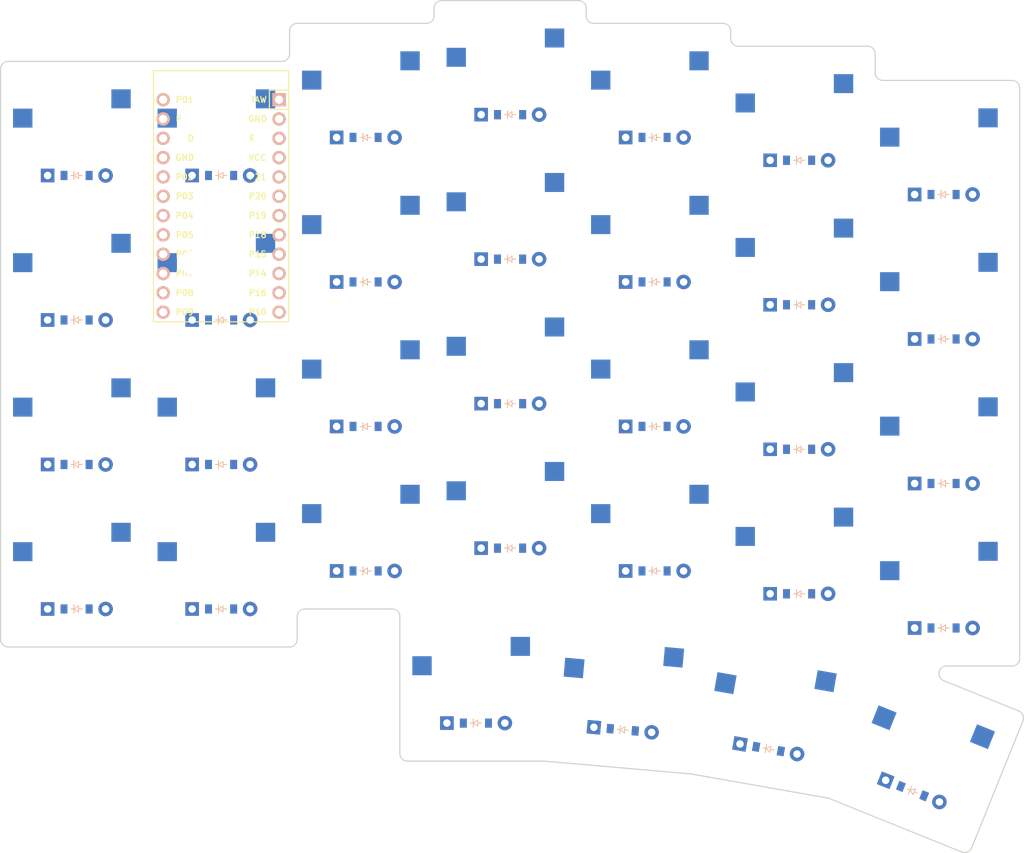
<source format=kicad_pcb>

            
(kicad_pcb (version 20171130) (host pcbnew 5.1.6)

  (page A3)
  (title_block
    (title altair)
    (rev v1.0.0)
    (company Unknown)
  )

  (general
    (thickness 1.6)
  )

  (layers
    (0 F.Cu signal)
    (31 B.Cu signal)
    (32 B.Adhes user)
    (33 F.Adhes user)
    (34 B.Paste user)
    (35 F.Paste user)
    (36 B.SilkS user)
    (37 F.SilkS user)
    (38 B.Mask user)
    (39 F.Mask user)
    (40 Dwgs.User user)
    (41 Cmts.User user)
    (42 Eco1.User user)
    (43 Eco2.User user)
    (44 Edge.Cuts user)
    (45 Margin user)
    (46 B.CrtYd user)
    (47 F.CrtYd user)
    (48 B.Fab user)
    (49 F.Fab user)
  )

  (setup
    (last_trace_width 0.25)
    (trace_clearance 0.2)
    (zone_clearance 0.508)
    (zone_45_only no)
    (trace_min 0.2)
    (via_size 0.8)
    (via_drill 0.4)
    (via_min_size 0.4)
    (via_min_drill 0.3)
    (uvia_size 0.3)
    (uvia_drill 0.1)
    (uvias_allowed no)
    (uvia_min_size 0.2)
    (uvia_min_drill 0.1)
    (edge_width 0.05)
    (segment_width 0.2)
    (pcb_text_width 0.3)
    (pcb_text_size 1.5 1.5)
    (mod_edge_width 0.12)
    (mod_text_size 1 1)
    (mod_text_width 0.15)
    (pad_size 1.524 1.524)
    (pad_drill 0.762)
    (pad_to_mask_clearance 0.05)
    (aux_axis_origin 0 0)
    (visible_elements FFFFFF7F)
    (pcbplotparams
      (layerselection 0x010fc_ffffffff)
      (usegerberextensions false)
      (usegerberattributes true)
      (usegerberadvancedattributes true)
      (creategerberjobfile true)
      (excludeedgelayer true)
      (linewidth 0.100000)
      (plotframeref false)
      (viasonmask false)
      (mode 1)
      (useauxorigin false)
      (hpglpennumber 1)
      (hpglpenspeed 20)
      (hpglpendiameter 15.000000)
      (psnegative false)
      (psa4output false)
      (plotreference true)
      (plotvalue true)
      (plotinvisibletext false)
      (padsonsilk false)
      (subtractmaskfromsilk false)
      (outputformat 1)
      (mirror false)
      (drillshape 1)
      (scaleselection 1)
      (outputdirectory ""))
  )

            (net 0 "")
(net 1 "left_bottom")
(net 2 "left_home")
(net 3 "left_top")
(net 4 "left_num")
(net 5 "pinky_bottom")
(net 6 "pinky_home")
(net 7 "pinky_top")
(net 8 "pinky_num")
(net 9 "ring_bottom")
(net 10 "ring_home")
(net 11 "ring_top")
(net 12 "ring_num")
(net 13 "middle_bottom")
(net 14 "middle_home")
(net 15 "middle_top")
(net 16 "middle_num")
(net 17 "index_bottom")
(net 18 "index_home")
(net 19 "index_top")
(net 20 "index_num")
(net 21 "inner_bottom")
(net 22 "inner_home")
(net 23 "inner_top")
(net 24 "inner_num")
(net 25 "right_bottom")
(net 26 "right_home")
(net 27 "right_top")
(net 28 "right_num")
(net 29 "left_thumb")
(net 30 "home_thumb")
(net 31 "far_thumb")
(net 32 "out_thumb")
(net 33 "RAW")
(net 34 "GND")
(net 35 "RST")
(net 36 "VCC")
(net 37 "P21")
(net 38 "P20")
(net 39 "P19")
(net 40 "P18")
(net 41 "P15")
(net 42 "P14")
(net 43 "P16")
(net 44 "P10")
(net 45 "P1")
(net 46 "P0")
(net 47 "P2")
(net 48 "P3")
(net 49 "P4")
(net 50 "P5")
(net 51 "P6")
(net 52 "P7")
(net 53 "P8")
(net 54 "P9")
            
  (net_class Default "This is the default net class."
    (clearance 0.2)
    (trace_width 0.25)
    (via_dia 0.8)
    (via_drill 0.4)
    (uvia_dia 0.3)
    (uvia_drill 0.1)
    (add_net "")
(add_net "left_bottom")
(add_net "left_home")
(add_net "left_top")
(add_net "left_num")
(add_net "pinky_bottom")
(add_net "pinky_home")
(add_net "pinky_top")
(add_net "pinky_num")
(add_net "ring_bottom")
(add_net "ring_home")
(add_net "ring_top")
(add_net "ring_num")
(add_net "middle_bottom")
(add_net "middle_home")
(add_net "middle_top")
(add_net "middle_num")
(add_net "index_bottom")
(add_net "index_home")
(add_net "index_top")
(add_net "index_num")
(add_net "inner_bottom")
(add_net "inner_home")
(add_net "inner_top")
(add_net "inner_num")
(add_net "right_bottom")
(add_net "right_home")
(add_net "right_top")
(add_net "right_num")
(add_net "left_thumb")
(add_net "home_thumb")
(add_net "far_thumb")
(add_net "out_thumb")
(add_net "RAW")
(add_net "GND")
(add_net "RST")
(add_net "VCC")
(add_net "P21")
(add_net "P20")
(add_net "P19")
(add_net "P18")
(add_net "P15")
(add_net "P14")
(add_net "P16")
(add_net "P10")
(add_net "P1")
(add_net "P0")
(add_net "P2")
(add_net "P3")
(add_net "P4")
(add_net "P5")
(add_net "P6")
(add_net "P7")
(add_net "P8")
(add_net "P9")
  )

            
        
      (module MX (layer F.Cu) (tedit 5DD4F656)
      (at 100 100 0)

      
      (fp_text reference "S1" (at 0 0) (layer F.SilkS) hide (effects (font (size 1.27 1.27) (thickness 0.15))))
      (fp_text value "" (at 0 0) (layer F.SilkS) hide (effects (font (size 1.27 1.27) (thickness 0.15))))

      
      (fp_line (start -7 -6) (end -7 -7) (layer Dwgs.User) (width 0.15))
      (fp_line (start -7 7) (end -6 7) (layer Dwgs.User) (width 0.15))
      (fp_line (start -6 -7) (end -7 -7) (layer Dwgs.User) (width 0.15))
      (fp_line (start -7 7) (end -7 6) (layer Dwgs.User) (width 0.15))
      (fp_line (start 7 6) (end 7 7) (layer Dwgs.User) (width 0.15))
      (fp_line (start 7 -7) (end 6 -7) (layer Dwgs.User) (width 0.15))
      (fp_line (start 6 7) (end 7 7) (layer Dwgs.User) (width 0.15))
      (fp_line (start 7 -7) (end 7 -6) (layer Dwgs.User) (width 0.15))
    
      
      (pad "" np_thru_hole circle (at 0 0) (size 3.9878 3.9878) (drill 3.9878) (layers *.Cu *.Mask))

      
      (pad "" np_thru_hole circle (at 5.08 0) (size 1.7018 1.7018) (drill 1.7018) (layers *.Cu *.Mask))
      (pad "" np_thru_hole circle (at -5.08 0) (size 1.7018 1.7018) (drill 1.7018) (layers *.Cu *.Mask))
      
        
      
      (fp_line (start -9.5 -9.5) (end 9.5 -9.5) (layer Dwgs.User) (width 0.15))
      (fp_line (start 9.5 -9.5) (end 9.5 9.5) (layer Dwgs.User) (width 0.15))
      (fp_line (start 9.5 9.5) (end -9.5 9.5) (layer Dwgs.User) (width 0.15))
      (fp_line (start -9.5 9.5) (end -9.5 -9.5) (layer Dwgs.User) (width 0.15))
      
        
        
        (pad "" np_thru_hole circle (at 2.54 -5.08) (size 3 3) (drill 3) (layers *.Cu *.Mask))
        (pad "" np_thru_hole circle (at -3.81 -2.54) (size 3 3) (drill 3) (layers *.Cu *.Mask))
        
        
        (pad 1 smd rect (at -7.085 -2.54 0) (size 2.55 2.5) (layers B.Cu B.Paste B.Mask) (net 0 ""))
        (pad 2 smd rect (at 5.842 -5.08 0) (size 2.55 2.5) (layers B.Cu B.Paste B.Mask) (net 1 "left_bottom"))
        )
        

        
      (module MX (layer F.Cu) (tedit 5DD4F656)
      (at 100 81 0)

      
      (fp_text reference "S2" (at 0 0) (layer F.SilkS) hide (effects (font (size 1.27 1.27) (thickness 0.15))))
      (fp_text value "" (at 0 0) (layer F.SilkS) hide (effects (font (size 1.27 1.27) (thickness 0.15))))

      
      (fp_line (start -7 -6) (end -7 -7) (layer Dwgs.User) (width 0.15))
      (fp_line (start -7 7) (end -6 7) (layer Dwgs.User) (width 0.15))
      (fp_line (start -6 -7) (end -7 -7) (layer Dwgs.User) (width 0.15))
      (fp_line (start -7 7) (end -7 6) (layer Dwgs.User) (width 0.15))
      (fp_line (start 7 6) (end 7 7) (layer Dwgs.User) (width 0.15))
      (fp_line (start 7 -7) (end 6 -7) (layer Dwgs.User) (width 0.15))
      (fp_line (start 6 7) (end 7 7) (layer Dwgs.User) (width 0.15))
      (fp_line (start 7 -7) (end 7 -6) (layer Dwgs.User) (width 0.15))
    
      
      (pad "" np_thru_hole circle (at 0 0) (size 3.9878 3.9878) (drill 3.9878) (layers *.Cu *.Mask))

      
      (pad "" np_thru_hole circle (at 5.08 0) (size 1.7018 1.7018) (drill 1.7018) (layers *.Cu *.Mask))
      (pad "" np_thru_hole circle (at -5.08 0) (size 1.7018 1.7018) (drill 1.7018) (layers *.Cu *.Mask))
      
        
      
      (fp_line (start -9.5 -9.5) (end 9.5 -9.5) (layer Dwgs.User) (width 0.15))
      (fp_line (start 9.5 -9.5) (end 9.5 9.5) (layer Dwgs.User) (width 0.15))
      (fp_line (start 9.5 9.5) (end -9.5 9.5) (layer Dwgs.User) (width 0.15))
      (fp_line (start -9.5 9.5) (end -9.5 -9.5) (layer Dwgs.User) (width 0.15))
      
        
        
        (pad "" np_thru_hole circle (at 2.54 -5.08) (size 3 3) (drill 3) (layers *.Cu *.Mask))
        (pad "" np_thru_hole circle (at -3.81 -2.54) (size 3 3) (drill 3) (layers *.Cu *.Mask))
        
        
        (pad 1 smd rect (at -7.085 -2.54 0) (size 2.55 2.5) (layers B.Cu B.Paste B.Mask) (net 0 ""))
        (pad 2 smd rect (at 5.842 -5.08 0) (size 2.55 2.5) (layers B.Cu B.Paste B.Mask) (net 2 "left_home"))
        )
        

        
      (module MX (layer F.Cu) (tedit 5DD4F656)
      (at 100 62 0)

      
      (fp_text reference "S3" (at 0 0) (layer F.SilkS) hide (effects (font (size 1.27 1.27) (thickness 0.15))))
      (fp_text value "" (at 0 0) (layer F.SilkS) hide (effects (font (size 1.27 1.27) (thickness 0.15))))

      
      (fp_line (start -7 -6) (end -7 -7) (layer Dwgs.User) (width 0.15))
      (fp_line (start -7 7) (end -6 7) (layer Dwgs.User) (width 0.15))
      (fp_line (start -6 -7) (end -7 -7) (layer Dwgs.User) (width 0.15))
      (fp_line (start -7 7) (end -7 6) (layer Dwgs.User) (width 0.15))
      (fp_line (start 7 6) (end 7 7) (layer Dwgs.User) (width 0.15))
      (fp_line (start 7 -7) (end 6 -7) (layer Dwgs.User) (width 0.15))
      (fp_line (start 6 7) (end 7 7) (layer Dwgs.User) (width 0.15))
      (fp_line (start 7 -7) (end 7 -6) (layer Dwgs.User) (width 0.15))
    
      
      (pad "" np_thru_hole circle (at 0 0) (size 3.9878 3.9878) (drill 3.9878) (layers *.Cu *.Mask))

      
      (pad "" np_thru_hole circle (at 5.08 0) (size 1.7018 1.7018) (drill 1.7018) (layers *.Cu *.Mask))
      (pad "" np_thru_hole circle (at -5.08 0) (size 1.7018 1.7018) (drill 1.7018) (layers *.Cu *.Mask))
      
        
      
      (fp_line (start -9.5 -9.5) (end 9.5 -9.5) (layer Dwgs.User) (width 0.15))
      (fp_line (start 9.5 -9.5) (end 9.5 9.5) (layer Dwgs.User) (width 0.15))
      (fp_line (start 9.5 9.5) (end -9.5 9.5) (layer Dwgs.User) (width 0.15))
      (fp_line (start -9.5 9.5) (end -9.5 -9.5) (layer Dwgs.User) (width 0.15))
      
        
        
        (pad "" np_thru_hole circle (at 2.54 -5.08) (size 3 3) (drill 3) (layers *.Cu *.Mask))
        (pad "" np_thru_hole circle (at -3.81 -2.54) (size 3 3) (drill 3) (layers *.Cu *.Mask))
        
        
        (pad 1 smd rect (at -7.085 -2.54 0) (size 2.55 2.5) (layers B.Cu B.Paste B.Mask) (net 0 ""))
        (pad 2 smd rect (at 5.842 -5.08 0) (size 2.55 2.5) (layers B.Cu B.Paste B.Mask) (net 3 "left_top"))
        )
        

        
      (module MX (layer F.Cu) (tedit 5DD4F656)
      (at 100 43 0)

      
      (fp_text reference "S4" (at 0 0) (layer F.SilkS) hide (effects (font (size 1.27 1.27) (thickness 0.15))))
      (fp_text value "" (at 0 0) (layer F.SilkS) hide (effects (font (size 1.27 1.27) (thickness 0.15))))

      
      (fp_line (start -7 -6) (end -7 -7) (layer Dwgs.User) (width 0.15))
      (fp_line (start -7 7) (end -6 7) (layer Dwgs.User) (width 0.15))
      (fp_line (start -6 -7) (end -7 -7) (layer Dwgs.User) (width 0.15))
      (fp_line (start -7 7) (end -7 6) (layer Dwgs.User) (width 0.15))
      (fp_line (start 7 6) (end 7 7) (layer Dwgs.User) (width 0.15))
      (fp_line (start 7 -7) (end 6 -7) (layer Dwgs.User) (width 0.15))
      (fp_line (start 6 7) (end 7 7) (layer Dwgs.User) (width 0.15))
      (fp_line (start 7 -7) (end 7 -6) (layer Dwgs.User) (width 0.15))
    
      
      (pad "" np_thru_hole circle (at 0 0) (size 3.9878 3.9878) (drill 3.9878) (layers *.Cu *.Mask))

      
      (pad "" np_thru_hole circle (at 5.08 0) (size 1.7018 1.7018) (drill 1.7018) (layers *.Cu *.Mask))
      (pad "" np_thru_hole circle (at -5.08 0) (size 1.7018 1.7018) (drill 1.7018) (layers *.Cu *.Mask))
      
        
      
      (fp_line (start -9.5 -9.5) (end 9.5 -9.5) (layer Dwgs.User) (width 0.15))
      (fp_line (start 9.5 -9.5) (end 9.5 9.5) (layer Dwgs.User) (width 0.15))
      (fp_line (start 9.5 9.5) (end -9.5 9.5) (layer Dwgs.User) (width 0.15))
      (fp_line (start -9.5 9.5) (end -9.5 -9.5) (layer Dwgs.User) (width 0.15))
      
        
        
        (pad "" np_thru_hole circle (at 2.54 -5.08) (size 3 3) (drill 3) (layers *.Cu *.Mask))
        (pad "" np_thru_hole circle (at -3.81 -2.54) (size 3 3) (drill 3) (layers *.Cu *.Mask))
        
        
        (pad 1 smd rect (at -7.085 -2.54 0) (size 2.55 2.5) (layers B.Cu B.Paste B.Mask) (net 0 ""))
        (pad 2 smd rect (at 5.842 -5.08 0) (size 2.55 2.5) (layers B.Cu B.Paste B.Mask) (net 4 "left_num"))
        )
        

        
      (module MX (layer F.Cu) (tedit 5DD4F656)
      (at 119 100 0)

      
      (fp_text reference "S5" (at 0 0) (layer F.SilkS) hide (effects (font (size 1.27 1.27) (thickness 0.15))))
      (fp_text value "" (at 0 0) (layer F.SilkS) hide (effects (font (size 1.27 1.27) (thickness 0.15))))

      
      (fp_line (start -7 -6) (end -7 -7) (layer Dwgs.User) (width 0.15))
      (fp_line (start -7 7) (end -6 7) (layer Dwgs.User) (width 0.15))
      (fp_line (start -6 -7) (end -7 -7) (layer Dwgs.User) (width 0.15))
      (fp_line (start -7 7) (end -7 6) (layer Dwgs.User) (width 0.15))
      (fp_line (start 7 6) (end 7 7) (layer Dwgs.User) (width 0.15))
      (fp_line (start 7 -7) (end 6 -7) (layer Dwgs.User) (width 0.15))
      (fp_line (start 6 7) (end 7 7) (layer Dwgs.User) (width 0.15))
      (fp_line (start 7 -7) (end 7 -6) (layer Dwgs.User) (width 0.15))
    
      
      (pad "" np_thru_hole circle (at 0 0) (size 3.9878 3.9878) (drill 3.9878) (layers *.Cu *.Mask))

      
      (pad "" np_thru_hole circle (at 5.08 0) (size 1.7018 1.7018) (drill 1.7018) (layers *.Cu *.Mask))
      (pad "" np_thru_hole circle (at -5.08 0) (size 1.7018 1.7018) (drill 1.7018) (layers *.Cu *.Mask))
      
        
      
      (fp_line (start -9.5 -9.5) (end 9.5 -9.5) (layer Dwgs.User) (width 0.15))
      (fp_line (start 9.5 -9.5) (end 9.5 9.5) (layer Dwgs.User) (width 0.15))
      (fp_line (start 9.5 9.5) (end -9.5 9.5) (layer Dwgs.User) (width 0.15))
      (fp_line (start -9.5 9.5) (end -9.5 -9.5) (layer Dwgs.User) (width 0.15))
      
        
        
        (pad "" np_thru_hole circle (at 2.54 -5.08) (size 3 3) (drill 3) (layers *.Cu *.Mask))
        (pad "" np_thru_hole circle (at -3.81 -2.54) (size 3 3) (drill 3) (layers *.Cu *.Mask))
        
        
        (pad 1 smd rect (at -7.085 -2.54 0) (size 2.55 2.5) (layers B.Cu B.Paste B.Mask) (net 0 ""))
        (pad 2 smd rect (at 5.842 -5.08 0) (size 2.55 2.5) (layers B.Cu B.Paste B.Mask) (net 5 "pinky_bottom"))
        )
        

        
      (module MX (layer F.Cu) (tedit 5DD4F656)
      (at 119 81 0)

      
      (fp_text reference "S6" (at 0 0) (layer F.SilkS) hide (effects (font (size 1.27 1.27) (thickness 0.15))))
      (fp_text value "" (at 0 0) (layer F.SilkS) hide (effects (font (size 1.27 1.27) (thickness 0.15))))

      
      (fp_line (start -7 -6) (end -7 -7) (layer Dwgs.User) (width 0.15))
      (fp_line (start -7 7) (end -6 7) (layer Dwgs.User) (width 0.15))
      (fp_line (start -6 -7) (end -7 -7) (layer Dwgs.User) (width 0.15))
      (fp_line (start -7 7) (end -7 6) (layer Dwgs.User) (width 0.15))
      (fp_line (start 7 6) (end 7 7) (layer Dwgs.User) (width 0.15))
      (fp_line (start 7 -7) (end 6 -7) (layer Dwgs.User) (width 0.15))
      (fp_line (start 6 7) (end 7 7) (layer Dwgs.User) (width 0.15))
      (fp_line (start 7 -7) (end 7 -6) (layer Dwgs.User) (width 0.15))
    
      
      (pad "" np_thru_hole circle (at 0 0) (size 3.9878 3.9878) (drill 3.9878) (layers *.Cu *.Mask))

      
      (pad "" np_thru_hole circle (at 5.08 0) (size 1.7018 1.7018) (drill 1.7018) (layers *.Cu *.Mask))
      (pad "" np_thru_hole circle (at -5.08 0) (size 1.7018 1.7018) (drill 1.7018) (layers *.Cu *.Mask))
      
        
      
      (fp_line (start -9.5 -9.5) (end 9.5 -9.5) (layer Dwgs.User) (width 0.15))
      (fp_line (start 9.5 -9.5) (end 9.5 9.5) (layer Dwgs.User) (width 0.15))
      (fp_line (start 9.5 9.5) (end -9.5 9.5) (layer Dwgs.User) (width 0.15))
      (fp_line (start -9.5 9.5) (end -9.5 -9.5) (layer Dwgs.User) (width 0.15))
      
        
        
        (pad "" np_thru_hole circle (at 2.54 -5.08) (size 3 3) (drill 3) (layers *.Cu *.Mask))
        (pad "" np_thru_hole circle (at -3.81 -2.54) (size 3 3) (drill 3) (layers *.Cu *.Mask))
        
        
        (pad 1 smd rect (at -7.085 -2.54 0) (size 2.55 2.5) (layers B.Cu B.Paste B.Mask) (net 0 ""))
        (pad 2 smd rect (at 5.842 -5.08 0) (size 2.55 2.5) (layers B.Cu B.Paste B.Mask) (net 6 "pinky_home"))
        )
        

        
      (module MX (layer F.Cu) (tedit 5DD4F656)
      (at 119 62 0)

      
      (fp_text reference "S7" (at 0 0) (layer F.SilkS) hide (effects (font (size 1.27 1.27) (thickness 0.15))))
      (fp_text value "" (at 0 0) (layer F.SilkS) hide (effects (font (size 1.27 1.27) (thickness 0.15))))

      
      (fp_line (start -7 -6) (end -7 -7) (layer Dwgs.User) (width 0.15))
      (fp_line (start -7 7) (end -6 7) (layer Dwgs.User) (width 0.15))
      (fp_line (start -6 -7) (end -7 -7) (layer Dwgs.User) (width 0.15))
      (fp_line (start -7 7) (end -7 6) (layer Dwgs.User) (width 0.15))
      (fp_line (start 7 6) (end 7 7) (layer Dwgs.User) (width 0.15))
      (fp_line (start 7 -7) (end 6 -7) (layer Dwgs.User) (width 0.15))
      (fp_line (start 6 7) (end 7 7) (layer Dwgs.User) (width 0.15))
      (fp_line (start 7 -7) (end 7 -6) (layer Dwgs.User) (width 0.15))
    
      
      (pad "" np_thru_hole circle (at 0 0) (size 3.9878 3.9878) (drill 3.9878) (layers *.Cu *.Mask))

      
      (pad "" np_thru_hole circle (at 5.08 0) (size 1.7018 1.7018) (drill 1.7018) (layers *.Cu *.Mask))
      (pad "" np_thru_hole circle (at -5.08 0) (size 1.7018 1.7018) (drill 1.7018) (layers *.Cu *.Mask))
      
        
      
      (fp_line (start -9.5 -9.5) (end 9.5 -9.5) (layer Dwgs.User) (width 0.15))
      (fp_line (start 9.5 -9.5) (end 9.5 9.5) (layer Dwgs.User) (width 0.15))
      (fp_line (start 9.5 9.5) (end -9.5 9.5) (layer Dwgs.User) (width 0.15))
      (fp_line (start -9.5 9.5) (end -9.5 -9.5) (layer Dwgs.User) (width 0.15))
      
        
        
        (pad "" np_thru_hole circle (at 2.54 -5.08) (size 3 3) (drill 3) (layers *.Cu *.Mask))
        (pad "" np_thru_hole circle (at -3.81 -2.54) (size 3 3) (drill 3) (layers *.Cu *.Mask))
        
        
        (pad 1 smd rect (at -7.085 -2.54 0) (size 2.55 2.5) (layers B.Cu B.Paste B.Mask) (net 0 ""))
        (pad 2 smd rect (at 5.842 -5.08 0) (size 2.55 2.5) (layers B.Cu B.Paste B.Mask) (net 7 "pinky_top"))
        )
        

        
      (module MX (layer F.Cu) (tedit 5DD4F656)
      (at 119 43 0)

      
      (fp_text reference "S8" (at 0 0) (layer F.SilkS) hide (effects (font (size 1.27 1.27) (thickness 0.15))))
      (fp_text value "" (at 0 0) (layer F.SilkS) hide (effects (font (size 1.27 1.27) (thickness 0.15))))

      
      (fp_line (start -7 -6) (end -7 -7) (layer Dwgs.User) (width 0.15))
      (fp_line (start -7 7) (end -6 7) (layer Dwgs.User) (width 0.15))
      (fp_line (start -6 -7) (end -7 -7) (layer Dwgs.User) (width 0.15))
      (fp_line (start -7 7) (end -7 6) (layer Dwgs.User) (width 0.15))
      (fp_line (start 7 6) (end 7 7) (layer Dwgs.User) (width 0.15))
      (fp_line (start 7 -7) (end 6 -7) (layer Dwgs.User) (width 0.15))
      (fp_line (start 6 7) (end 7 7) (layer Dwgs.User) (width 0.15))
      (fp_line (start 7 -7) (end 7 -6) (layer Dwgs.User) (width 0.15))
    
      
      (pad "" np_thru_hole circle (at 0 0) (size 3.9878 3.9878) (drill 3.9878) (layers *.Cu *.Mask))

      
      (pad "" np_thru_hole circle (at 5.08 0) (size 1.7018 1.7018) (drill 1.7018) (layers *.Cu *.Mask))
      (pad "" np_thru_hole circle (at -5.08 0) (size 1.7018 1.7018) (drill 1.7018) (layers *.Cu *.Mask))
      
        
      
      (fp_line (start -9.5 -9.5) (end 9.5 -9.5) (layer Dwgs.User) (width 0.15))
      (fp_line (start 9.5 -9.5) (end 9.5 9.5) (layer Dwgs.User) (width 0.15))
      (fp_line (start 9.5 9.5) (end -9.5 9.5) (layer Dwgs.User) (width 0.15))
      (fp_line (start -9.5 9.5) (end -9.5 -9.5) (layer Dwgs.User) (width 0.15))
      
        
        
        (pad "" np_thru_hole circle (at 2.54 -5.08) (size 3 3) (drill 3) (layers *.Cu *.Mask))
        (pad "" np_thru_hole circle (at -3.81 -2.54) (size 3 3) (drill 3) (layers *.Cu *.Mask))
        
        
        (pad 1 smd rect (at -7.085 -2.54 0) (size 2.55 2.5) (layers B.Cu B.Paste B.Mask) (net 0 ""))
        (pad 2 smd rect (at 5.842 -5.08 0) (size 2.55 2.5) (layers B.Cu B.Paste B.Mask) (net 8 "pinky_num"))
        )
        

        
      (module MX (layer F.Cu) (tedit 5DD4F656)
      (at 138 95 0)

      
      (fp_text reference "S9" (at 0 0) (layer F.SilkS) hide (effects (font (size 1.27 1.27) (thickness 0.15))))
      (fp_text value "" (at 0 0) (layer F.SilkS) hide (effects (font (size 1.27 1.27) (thickness 0.15))))

      
      (fp_line (start -7 -6) (end -7 -7) (layer Dwgs.User) (width 0.15))
      (fp_line (start -7 7) (end -6 7) (layer Dwgs.User) (width 0.15))
      (fp_line (start -6 -7) (end -7 -7) (layer Dwgs.User) (width 0.15))
      (fp_line (start -7 7) (end -7 6) (layer Dwgs.User) (width 0.15))
      (fp_line (start 7 6) (end 7 7) (layer Dwgs.User) (width 0.15))
      (fp_line (start 7 -7) (end 6 -7) (layer Dwgs.User) (width 0.15))
      (fp_line (start 6 7) (end 7 7) (layer Dwgs.User) (width 0.15))
      (fp_line (start 7 -7) (end 7 -6) (layer Dwgs.User) (width 0.15))
    
      
      (pad "" np_thru_hole circle (at 0 0) (size 3.9878 3.9878) (drill 3.9878) (layers *.Cu *.Mask))

      
      (pad "" np_thru_hole circle (at 5.08 0) (size 1.7018 1.7018) (drill 1.7018) (layers *.Cu *.Mask))
      (pad "" np_thru_hole circle (at -5.08 0) (size 1.7018 1.7018) (drill 1.7018) (layers *.Cu *.Mask))
      
        
      
      (fp_line (start -9.5 -9.5) (end 9.5 -9.5) (layer Dwgs.User) (width 0.15))
      (fp_line (start 9.5 -9.5) (end 9.5 9.5) (layer Dwgs.User) (width 0.15))
      (fp_line (start 9.5 9.5) (end -9.5 9.5) (layer Dwgs.User) (width 0.15))
      (fp_line (start -9.5 9.5) (end -9.5 -9.5) (layer Dwgs.User) (width 0.15))
      
        
        
        (pad "" np_thru_hole circle (at 2.54 -5.08) (size 3 3) (drill 3) (layers *.Cu *.Mask))
        (pad "" np_thru_hole circle (at -3.81 -2.54) (size 3 3) (drill 3) (layers *.Cu *.Mask))
        
        
        (pad 1 smd rect (at -7.085 -2.54 0) (size 2.55 2.5) (layers B.Cu B.Paste B.Mask) (net 0 ""))
        (pad 2 smd rect (at 5.842 -5.08 0) (size 2.55 2.5) (layers B.Cu B.Paste B.Mask) (net 9 "ring_bottom"))
        )
        

        
      (module MX (layer F.Cu) (tedit 5DD4F656)
      (at 138 76 0)

      
      (fp_text reference "S10" (at 0 0) (layer F.SilkS) hide (effects (font (size 1.27 1.27) (thickness 0.15))))
      (fp_text value "" (at 0 0) (layer F.SilkS) hide (effects (font (size 1.27 1.27) (thickness 0.15))))

      
      (fp_line (start -7 -6) (end -7 -7) (layer Dwgs.User) (width 0.15))
      (fp_line (start -7 7) (end -6 7) (layer Dwgs.User) (width 0.15))
      (fp_line (start -6 -7) (end -7 -7) (layer Dwgs.User) (width 0.15))
      (fp_line (start -7 7) (end -7 6) (layer Dwgs.User) (width 0.15))
      (fp_line (start 7 6) (end 7 7) (layer Dwgs.User) (width 0.15))
      (fp_line (start 7 -7) (end 6 -7) (layer Dwgs.User) (width 0.15))
      (fp_line (start 6 7) (end 7 7) (layer Dwgs.User) (width 0.15))
      (fp_line (start 7 -7) (end 7 -6) (layer Dwgs.User) (width 0.15))
    
      
      (pad "" np_thru_hole circle (at 0 0) (size 3.9878 3.9878) (drill 3.9878) (layers *.Cu *.Mask))

      
      (pad "" np_thru_hole circle (at 5.08 0) (size 1.7018 1.7018) (drill 1.7018) (layers *.Cu *.Mask))
      (pad "" np_thru_hole circle (at -5.08 0) (size 1.7018 1.7018) (drill 1.7018) (layers *.Cu *.Mask))
      
        
      
      (fp_line (start -9.5 -9.5) (end 9.5 -9.5) (layer Dwgs.User) (width 0.15))
      (fp_line (start 9.5 -9.5) (end 9.5 9.5) (layer Dwgs.User) (width 0.15))
      (fp_line (start 9.5 9.5) (end -9.5 9.5) (layer Dwgs.User) (width 0.15))
      (fp_line (start -9.5 9.5) (end -9.5 -9.5) (layer Dwgs.User) (width 0.15))
      
        
        
        (pad "" np_thru_hole circle (at 2.54 -5.08) (size 3 3) (drill 3) (layers *.Cu *.Mask))
        (pad "" np_thru_hole circle (at -3.81 -2.54) (size 3 3) (drill 3) (layers *.Cu *.Mask))
        
        
        (pad 1 smd rect (at -7.085 -2.54 0) (size 2.55 2.5) (layers B.Cu B.Paste B.Mask) (net 0 ""))
        (pad 2 smd rect (at 5.842 -5.08 0) (size 2.55 2.5) (layers B.Cu B.Paste B.Mask) (net 10 "ring_home"))
        )
        

        
      (module MX (layer F.Cu) (tedit 5DD4F656)
      (at 138 57 0)

      
      (fp_text reference "S11" (at 0 0) (layer F.SilkS) hide (effects (font (size 1.27 1.27) (thickness 0.15))))
      (fp_text value "" (at 0 0) (layer F.SilkS) hide (effects (font (size 1.27 1.27) (thickness 0.15))))

      
      (fp_line (start -7 -6) (end -7 -7) (layer Dwgs.User) (width 0.15))
      (fp_line (start -7 7) (end -6 7) (layer Dwgs.User) (width 0.15))
      (fp_line (start -6 -7) (end -7 -7) (layer Dwgs.User) (width 0.15))
      (fp_line (start -7 7) (end -7 6) (layer Dwgs.User) (width 0.15))
      (fp_line (start 7 6) (end 7 7) (layer Dwgs.User) (width 0.15))
      (fp_line (start 7 -7) (end 6 -7) (layer Dwgs.User) (width 0.15))
      (fp_line (start 6 7) (end 7 7) (layer Dwgs.User) (width 0.15))
      (fp_line (start 7 -7) (end 7 -6) (layer Dwgs.User) (width 0.15))
    
      
      (pad "" np_thru_hole circle (at 0 0) (size 3.9878 3.9878) (drill 3.9878) (layers *.Cu *.Mask))

      
      (pad "" np_thru_hole circle (at 5.08 0) (size 1.7018 1.7018) (drill 1.7018) (layers *.Cu *.Mask))
      (pad "" np_thru_hole circle (at -5.08 0) (size 1.7018 1.7018) (drill 1.7018) (layers *.Cu *.Mask))
      
        
      
      (fp_line (start -9.5 -9.5) (end 9.5 -9.5) (layer Dwgs.User) (width 0.15))
      (fp_line (start 9.5 -9.5) (end 9.5 9.5) (layer Dwgs.User) (width 0.15))
      (fp_line (start 9.5 9.5) (end -9.5 9.5) (layer Dwgs.User) (width 0.15))
      (fp_line (start -9.5 9.5) (end -9.5 -9.5) (layer Dwgs.User) (width 0.15))
      
        
        
        (pad "" np_thru_hole circle (at 2.54 -5.08) (size 3 3) (drill 3) (layers *.Cu *.Mask))
        (pad "" np_thru_hole circle (at -3.81 -2.54) (size 3 3) (drill 3) (layers *.Cu *.Mask))
        
        
        (pad 1 smd rect (at -7.085 -2.54 0) (size 2.55 2.5) (layers B.Cu B.Paste B.Mask) (net 0 ""))
        (pad 2 smd rect (at 5.842 -5.08 0) (size 2.55 2.5) (layers B.Cu B.Paste B.Mask) (net 11 "ring_top"))
        )
        

        
      (module MX (layer F.Cu) (tedit 5DD4F656)
      (at 138 38 0)

      
      (fp_text reference "S12" (at 0 0) (layer F.SilkS) hide (effects (font (size 1.27 1.27) (thickness 0.15))))
      (fp_text value "" (at 0 0) (layer F.SilkS) hide (effects (font (size 1.27 1.27) (thickness 0.15))))

      
      (fp_line (start -7 -6) (end -7 -7) (layer Dwgs.User) (width 0.15))
      (fp_line (start -7 7) (end -6 7) (layer Dwgs.User) (width 0.15))
      (fp_line (start -6 -7) (end -7 -7) (layer Dwgs.User) (width 0.15))
      (fp_line (start -7 7) (end -7 6) (layer Dwgs.User) (width 0.15))
      (fp_line (start 7 6) (end 7 7) (layer Dwgs.User) (width 0.15))
      (fp_line (start 7 -7) (end 6 -7) (layer Dwgs.User) (width 0.15))
      (fp_line (start 6 7) (end 7 7) (layer Dwgs.User) (width 0.15))
      (fp_line (start 7 -7) (end 7 -6) (layer Dwgs.User) (width 0.15))
    
      
      (pad "" np_thru_hole circle (at 0 0) (size 3.9878 3.9878) (drill 3.9878) (layers *.Cu *.Mask))

      
      (pad "" np_thru_hole circle (at 5.08 0) (size 1.7018 1.7018) (drill 1.7018) (layers *.Cu *.Mask))
      (pad "" np_thru_hole circle (at -5.08 0) (size 1.7018 1.7018) (drill 1.7018) (layers *.Cu *.Mask))
      
        
      
      (fp_line (start -9.5 -9.5) (end 9.5 -9.5) (layer Dwgs.User) (width 0.15))
      (fp_line (start 9.5 -9.5) (end 9.5 9.5) (layer Dwgs.User) (width 0.15))
      (fp_line (start 9.5 9.5) (end -9.5 9.5) (layer Dwgs.User) (width 0.15))
      (fp_line (start -9.5 9.5) (end -9.5 -9.5) (layer Dwgs.User) (width 0.15))
      
        
        
        (pad "" np_thru_hole circle (at 2.54 -5.08) (size 3 3) (drill 3) (layers *.Cu *.Mask))
        (pad "" np_thru_hole circle (at -3.81 -2.54) (size 3 3) (drill 3) (layers *.Cu *.Mask))
        
        
        (pad 1 smd rect (at -7.085 -2.54 0) (size 2.55 2.5) (layers B.Cu B.Paste B.Mask) (net 0 ""))
        (pad 2 smd rect (at 5.842 -5.08 0) (size 2.55 2.5) (layers B.Cu B.Paste B.Mask) (net 12 "ring_num"))
        )
        

        
      (module MX (layer F.Cu) (tedit 5DD4F656)
      (at 157 92 0)

      
      (fp_text reference "S13" (at 0 0) (layer F.SilkS) hide (effects (font (size 1.27 1.27) (thickness 0.15))))
      (fp_text value "" (at 0 0) (layer F.SilkS) hide (effects (font (size 1.27 1.27) (thickness 0.15))))

      
      (fp_line (start -7 -6) (end -7 -7) (layer Dwgs.User) (width 0.15))
      (fp_line (start -7 7) (end -6 7) (layer Dwgs.User) (width 0.15))
      (fp_line (start -6 -7) (end -7 -7) (layer Dwgs.User) (width 0.15))
      (fp_line (start -7 7) (end -7 6) (layer Dwgs.User) (width 0.15))
      (fp_line (start 7 6) (end 7 7) (layer Dwgs.User) (width 0.15))
      (fp_line (start 7 -7) (end 6 -7) (layer Dwgs.User) (width 0.15))
      (fp_line (start 6 7) (end 7 7) (layer Dwgs.User) (width 0.15))
      (fp_line (start 7 -7) (end 7 -6) (layer Dwgs.User) (width 0.15))
    
      
      (pad "" np_thru_hole circle (at 0 0) (size 3.9878 3.9878) (drill 3.9878) (layers *.Cu *.Mask))

      
      (pad "" np_thru_hole circle (at 5.08 0) (size 1.7018 1.7018) (drill 1.7018) (layers *.Cu *.Mask))
      (pad "" np_thru_hole circle (at -5.08 0) (size 1.7018 1.7018) (drill 1.7018) (layers *.Cu *.Mask))
      
        
      
      (fp_line (start -9.5 -9.5) (end 9.5 -9.5) (layer Dwgs.User) (width 0.15))
      (fp_line (start 9.5 -9.5) (end 9.5 9.5) (layer Dwgs.User) (width 0.15))
      (fp_line (start 9.5 9.5) (end -9.5 9.5) (layer Dwgs.User) (width 0.15))
      (fp_line (start -9.5 9.5) (end -9.5 -9.5) (layer Dwgs.User) (width 0.15))
      
        
        
        (pad "" np_thru_hole circle (at 2.54 -5.08) (size 3 3) (drill 3) (layers *.Cu *.Mask))
        (pad "" np_thru_hole circle (at -3.81 -2.54) (size 3 3) (drill 3) (layers *.Cu *.Mask))
        
        
        (pad 1 smd rect (at -7.085 -2.54 0) (size 2.55 2.5) (layers B.Cu B.Paste B.Mask) (net 0 ""))
        (pad 2 smd rect (at 5.842 -5.08 0) (size 2.55 2.5) (layers B.Cu B.Paste B.Mask) (net 13 "middle_bottom"))
        )
        

        
      (module MX (layer F.Cu) (tedit 5DD4F656)
      (at 157 73 0)

      
      (fp_text reference "S14" (at 0 0) (layer F.SilkS) hide (effects (font (size 1.27 1.27) (thickness 0.15))))
      (fp_text value "" (at 0 0) (layer F.SilkS) hide (effects (font (size 1.27 1.27) (thickness 0.15))))

      
      (fp_line (start -7 -6) (end -7 -7) (layer Dwgs.User) (width 0.15))
      (fp_line (start -7 7) (end -6 7) (layer Dwgs.User) (width 0.15))
      (fp_line (start -6 -7) (end -7 -7) (layer Dwgs.User) (width 0.15))
      (fp_line (start -7 7) (end -7 6) (layer Dwgs.User) (width 0.15))
      (fp_line (start 7 6) (end 7 7) (layer Dwgs.User) (width 0.15))
      (fp_line (start 7 -7) (end 6 -7) (layer Dwgs.User) (width 0.15))
      (fp_line (start 6 7) (end 7 7) (layer Dwgs.User) (width 0.15))
      (fp_line (start 7 -7) (end 7 -6) (layer Dwgs.User) (width 0.15))
    
      
      (pad "" np_thru_hole circle (at 0 0) (size 3.9878 3.9878) (drill 3.9878) (layers *.Cu *.Mask))

      
      (pad "" np_thru_hole circle (at 5.08 0) (size 1.7018 1.7018) (drill 1.7018) (layers *.Cu *.Mask))
      (pad "" np_thru_hole circle (at -5.08 0) (size 1.7018 1.7018) (drill 1.7018) (layers *.Cu *.Mask))
      
        
      
      (fp_line (start -9.5 -9.5) (end 9.5 -9.5) (layer Dwgs.User) (width 0.15))
      (fp_line (start 9.5 -9.5) (end 9.5 9.5) (layer Dwgs.User) (width 0.15))
      (fp_line (start 9.5 9.5) (end -9.5 9.5) (layer Dwgs.User) (width 0.15))
      (fp_line (start -9.5 9.5) (end -9.5 -9.5) (layer Dwgs.User) (width 0.15))
      
        
        
        (pad "" np_thru_hole circle (at 2.54 -5.08) (size 3 3) (drill 3) (layers *.Cu *.Mask))
        (pad "" np_thru_hole circle (at -3.81 -2.54) (size 3 3) (drill 3) (layers *.Cu *.Mask))
        
        
        (pad 1 smd rect (at -7.085 -2.54 0) (size 2.55 2.5) (layers B.Cu B.Paste B.Mask) (net 0 ""))
        (pad 2 smd rect (at 5.842 -5.08 0) (size 2.55 2.5) (layers B.Cu B.Paste B.Mask) (net 14 "middle_home"))
        )
        

        
      (module MX (layer F.Cu) (tedit 5DD4F656)
      (at 157 54 0)

      
      (fp_text reference "S15" (at 0 0) (layer F.SilkS) hide (effects (font (size 1.27 1.27) (thickness 0.15))))
      (fp_text value "" (at 0 0) (layer F.SilkS) hide (effects (font (size 1.27 1.27) (thickness 0.15))))

      
      (fp_line (start -7 -6) (end -7 -7) (layer Dwgs.User) (width 0.15))
      (fp_line (start -7 7) (end -6 7) (layer Dwgs.User) (width 0.15))
      (fp_line (start -6 -7) (end -7 -7) (layer Dwgs.User) (width 0.15))
      (fp_line (start -7 7) (end -7 6) (layer Dwgs.User) (width 0.15))
      (fp_line (start 7 6) (end 7 7) (layer Dwgs.User) (width 0.15))
      (fp_line (start 7 -7) (end 6 -7) (layer Dwgs.User) (width 0.15))
      (fp_line (start 6 7) (end 7 7) (layer Dwgs.User) (width 0.15))
      (fp_line (start 7 -7) (end 7 -6) (layer Dwgs.User) (width 0.15))
    
      
      (pad "" np_thru_hole circle (at 0 0) (size 3.9878 3.9878) (drill 3.9878) (layers *.Cu *.Mask))

      
      (pad "" np_thru_hole circle (at 5.08 0) (size 1.7018 1.7018) (drill 1.7018) (layers *.Cu *.Mask))
      (pad "" np_thru_hole circle (at -5.08 0) (size 1.7018 1.7018) (drill 1.7018) (layers *.Cu *.Mask))
      
        
      
      (fp_line (start -9.5 -9.5) (end 9.5 -9.5) (layer Dwgs.User) (width 0.15))
      (fp_line (start 9.5 -9.5) (end 9.5 9.5) (layer Dwgs.User) (width 0.15))
      (fp_line (start 9.5 9.5) (end -9.5 9.5) (layer Dwgs.User) (width 0.15))
      (fp_line (start -9.5 9.5) (end -9.5 -9.5) (layer Dwgs.User) (width 0.15))
      
        
        
        (pad "" np_thru_hole circle (at 2.54 -5.08) (size 3 3) (drill 3) (layers *.Cu *.Mask))
        (pad "" np_thru_hole circle (at -3.81 -2.54) (size 3 3) (drill 3) (layers *.Cu *.Mask))
        
        
        (pad 1 smd rect (at -7.085 -2.54 0) (size 2.55 2.5) (layers B.Cu B.Paste B.Mask) (net 0 ""))
        (pad 2 smd rect (at 5.842 -5.08 0) (size 2.55 2.5) (layers B.Cu B.Paste B.Mask) (net 15 "middle_top"))
        )
        

        
      (module MX (layer F.Cu) (tedit 5DD4F656)
      (at 157 35 0)

      
      (fp_text reference "S16" (at 0 0) (layer F.SilkS) hide (effects (font (size 1.27 1.27) (thickness 0.15))))
      (fp_text value "" (at 0 0) (layer F.SilkS) hide (effects (font (size 1.27 1.27) (thickness 0.15))))

      
      (fp_line (start -7 -6) (end -7 -7) (layer Dwgs.User) (width 0.15))
      (fp_line (start -7 7) (end -6 7) (layer Dwgs.User) (width 0.15))
      (fp_line (start -6 -7) (end -7 -7) (layer Dwgs.User) (width 0.15))
      (fp_line (start -7 7) (end -7 6) (layer Dwgs.User) (width 0.15))
      (fp_line (start 7 6) (end 7 7) (layer Dwgs.User) (width 0.15))
      (fp_line (start 7 -7) (end 6 -7) (layer Dwgs.User) (width 0.15))
      (fp_line (start 6 7) (end 7 7) (layer Dwgs.User) (width 0.15))
      (fp_line (start 7 -7) (end 7 -6) (layer Dwgs.User) (width 0.15))
    
      
      (pad "" np_thru_hole circle (at 0 0) (size 3.9878 3.9878) (drill 3.9878) (layers *.Cu *.Mask))

      
      (pad "" np_thru_hole circle (at 5.08 0) (size 1.7018 1.7018) (drill 1.7018) (layers *.Cu *.Mask))
      (pad "" np_thru_hole circle (at -5.08 0) (size 1.7018 1.7018) (drill 1.7018) (layers *.Cu *.Mask))
      
        
      
      (fp_line (start -9.5 -9.5) (end 9.5 -9.5) (layer Dwgs.User) (width 0.15))
      (fp_line (start 9.5 -9.5) (end 9.5 9.5) (layer Dwgs.User) (width 0.15))
      (fp_line (start 9.5 9.5) (end -9.5 9.5) (layer Dwgs.User) (width 0.15))
      (fp_line (start -9.5 9.5) (end -9.5 -9.5) (layer Dwgs.User) (width 0.15))
      
        
        
        (pad "" np_thru_hole circle (at 2.54 -5.08) (size 3 3) (drill 3) (layers *.Cu *.Mask))
        (pad "" np_thru_hole circle (at -3.81 -2.54) (size 3 3) (drill 3) (layers *.Cu *.Mask))
        
        
        (pad 1 smd rect (at -7.085 -2.54 0) (size 2.55 2.5) (layers B.Cu B.Paste B.Mask) (net 0 ""))
        (pad 2 smd rect (at 5.842 -5.08 0) (size 2.55 2.5) (layers B.Cu B.Paste B.Mask) (net 16 "middle_num"))
        )
        

        
      (module MX (layer F.Cu) (tedit 5DD4F656)
      (at 176 95 0)

      
      (fp_text reference "S17" (at 0 0) (layer F.SilkS) hide (effects (font (size 1.27 1.27) (thickness 0.15))))
      (fp_text value "" (at 0 0) (layer F.SilkS) hide (effects (font (size 1.27 1.27) (thickness 0.15))))

      
      (fp_line (start -7 -6) (end -7 -7) (layer Dwgs.User) (width 0.15))
      (fp_line (start -7 7) (end -6 7) (layer Dwgs.User) (width 0.15))
      (fp_line (start -6 -7) (end -7 -7) (layer Dwgs.User) (width 0.15))
      (fp_line (start -7 7) (end -7 6) (layer Dwgs.User) (width 0.15))
      (fp_line (start 7 6) (end 7 7) (layer Dwgs.User) (width 0.15))
      (fp_line (start 7 -7) (end 6 -7) (layer Dwgs.User) (width 0.15))
      (fp_line (start 6 7) (end 7 7) (layer Dwgs.User) (width 0.15))
      (fp_line (start 7 -7) (end 7 -6) (layer Dwgs.User) (width 0.15))
    
      
      (pad "" np_thru_hole circle (at 0 0) (size 3.9878 3.9878) (drill 3.9878) (layers *.Cu *.Mask))

      
      (pad "" np_thru_hole circle (at 5.08 0) (size 1.7018 1.7018) (drill 1.7018) (layers *.Cu *.Mask))
      (pad "" np_thru_hole circle (at -5.08 0) (size 1.7018 1.7018) (drill 1.7018) (layers *.Cu *.Mask))
      
        
      
      (fp_line (start -9.5 -9.5) (end 9.5 -9.5) (layer Dwgs.User) (width 0.15))
      (fp_line (start 9.5 -9.5) (end 9.5 9.5) (layer Dwgs.User) (width 0.15))
      (fp_line (start 9.5 9.5) (end -9.5 9.5) (layer Dwgs.User) (width 0.15))
      (fp_line (start -9.5 9.5) (end -9.5 -9.5) (layer Dwgs.User) (width 0.15))
      
        
        
        (pad "" np_thru_hole circle (at 2.54 -5.08) (size 3 3) (drill 3) (layers *.Cu *.Mask))
        (pad "" np_thru_hole circle (at -3.81 -2.54) (size 3 3) (drill 3) (layers *.Cu *.Mask))
        
        
        (pad 1 smd rect (at -7.085 -2.54 0) (size 2.55 2.5) (layers B.Cu B.Paste B.Mask) (net 0 ""))
        (pad 2 smd rect (at 5.842 -5.08 0) (size 2.55 2.5) (layers B.Cu B.Paste B.Mask) (net 17 "index_bottom"))
        )
        

        
      (module MX (layer F.Cu) (tedit 5DD4F656)
      (at 176 76 0)

      
      (fp_text reference "S18" (at 0 0) (layer F.SilkS) hide (effects (font (size 1.27 1.27) (thickness 0.15))))
      (fp_text value "" (at 0 0) (layer F.SilkS) hide (effects (font (size 1.27 1.27) (thickness 0.15))))

      
      (fp_line (start -7 -6) (end -7 -7) (layer Dwgs.User) (width 0.15))
      (fp_line (start -7 7) (end -6 7) (layer Dwgs.User) (width 0.15))
      (fp_line (start -6 -7) (end -7 -7) (layer Dwgs.User) (width 0.15))
      (fp_line (start -7 7) (end -7 6) (layer Dwgs.User) (width 0.15))
      (fp_line (start 7 6) (end 7 7) (layer Dwgs.User) (width 0.15))
      (fp_line (start 7 -7) (end 6 -7) (layer Dwgs.User) (width 0.15))
      (fp_line (start 6 7) (end 7 7) (layer Dwgs.User) (width 0.15))
      (fp_line (start 7 -7) (end 7 -6) (layer Dwgs.User) (width 0.15))
    
      
      (pad "" np_thru_hole circle (at 0 0) (size 3.9878 3.9878) (drill 3.9878) (layers *.Cu *.Mask))

      
      (pad "" np_thru_hole circle (at 5.08 0) (size 1.7018 1.7018) (drill 1.7018) (layers *.Cu *.Mask))
      (pad "" np_thru_hole circle (at -5.08 0) (size 1.7018 1.7018) (drill 1.7018) (layers *.Cu *.Mask))
      
        
      
      (fp_line (start -9.5 -9.5) (end 9.5 -9.5) (layer Dwgs.User) (width 0.15))
      (fp_line (start 9.5 -9.5) (end 9.5 9.5) (layer Dwgs.User) (width 0.15))
      (fp_line (start 9.5 9.5) (end -9.5 9.5) (layer Dwgs.User) (width 0.15))
      (fp_line (start -9.5 9.5) (end -9.5 -9.5) (layer Dwgs.User) (width 0.15))
      
        
        
        (pad "" np_thru_hole circle (at 2.54 -5.08) (size 3 3) (drill 3) (layers *.Cu *.Mask))
        (pad "" np_thru_hole circle (at -3.81 -2.54) (size 3 3) (drill 3) (layers *.Cu *.Mask))
        
        
        (pad 1 smd rect (at -7.085 -2.54 0) (size 2.55 2.5) (layers B.Cu B.Paste B.Mask) (net 0 ""))
        (pad 2 smd rect (at 5.842 -5.08 0) (size 2.55 2.5) (layers B.Cu B.Paste B.Mask) (net 18 "index_home"))
        )
        

        
      (module MX (layer F.Cu) (tedit 5DD4F656)
      (at 176 57 0)

      
      (fp_text reference "S19" (at 0 0) (layer F.SilkS) hide (effects (font (size 1.27 1.27) (thickness 0.15))))
      (fp_text value "" (at 0 0) (layer F.SilkS) hide (effects (font (size 1.27 1.27) (thickness 0.15))))

      
      (fp_line (start -7 -6) (end -7 -7) (layer Dwgs.User) (width 0.15))
      (fp_line (start -7 7) (end -6 7) (layer Dwgs.User) (width 0.15))
      (fp_line (start -6 -7) (end -7 -7) (layer Dwgs.User) (width 0.15))
      (fp_line (start -7 7) (end -7 6) (layer Dwgs.User) (width 0.15))
      (fp_line (start 7 6) (end 7 7) (layer Dwgs.User) (width 0.15))
      (fp_line (start 7 -7) (end 6 -7) (layer Dwgs.User) (width 0.15))
      (fp_line (start 6 7) (end 7 7) (layer Dwgs.User) (width 0.15))
      (fp_line (start 7 -7) (end 7 -6) (layer Dwgs.User) (width 0.15))
    
      
      (pad "" np_thru_hole circle (at 0 0) (size 3.9878 3.9878) (drill 3.9878) (layers *.Cu *.Mask))

      
      (pad "" np_thru_hole circle (at 5.08 0) (size 1.7018 1.7018) (drill 1.7018) (layers *.Cu *.Mask))
      (pad "" np_thru_hole circle (at -5.08 0) (size 1.7018 1.7018) (drill 1.7018) (layers *.Cu *.Mask))
      
        
      
      (fp_line (start -9.5 -9.5) (end 9.5 -9.5) (layer Dwgs.User) (width 0.15))
      (fp_line (start 9.5 -9.5) (end 9.5 9.5) (layer Dwgs.User) (width 0.15))
      (fp_line (start 9.5 9.5) (end -9.5 9.5) (layer Dwgs.User) (width 0.15))
      (fp_line (start -9.5 9.5) (end -9.5 -9.5) (layer Dwgs.User) (width 0.15))
      
        
        
        (pad "" np_thru_hole circle (at 2.54 -5.08) (size 3 3) (drill 3) (layers *.Cu *.Mask))
        (pad "" np_thru_hole circle (at -3.81 -2.54) (size 3 3) (drill 3) (layers *.Cu *.Mask))
        
        
        (pad 1 smd rect (at -7.085 -2.54 0) (size 2.55 2.5) (layers B.Cu B.Paste B.Mask) (net 0 ""))
        (pad 2 smd rect (at 5.842 -5.08 0) (size 2.55 2.5) (layers B.Cu B.Paste B.Mask) (net 19 "index_top"))
        )
        

        
      (module MX (layer F.Cu) (tedit 5DD4F656)
      (at 176 38 0)

      
      (fp_text reference "S20" (at 0 0) (layer F.SilkS) hide (effects (font (size 1.27 1.27) (thickness 0.15))))
      (fp_text value "" (at 0 0) (layer F.SilkS) hide (effects (font (size 1.27 1.27) (thickness 0.15))))

      
      (fp_line (start -7 -6) (end -7 -7) (layer Dwgs.User) (width 0.15))
      (fp_line (start -7 7) (end -6 7) (layer Dwgs.User) (width 0.15))
      (fp_line (start -6 -7) (end -7 -7) (layer Dwgs.User) (width 0.15))
      (fp_line (start -7 7) (end -7 6) (layer Dwgs.User) (width 0.15))
      (fp_line (start 7 6) (end 7 7) (layer Dwgs.User) (width 0.15))
      (fp_line (start 7 -7) (end 6 -7) (layer Dwgs.User) (width 0.15))
      (fp_line (start 6 7) (end 7 7) (layer Dwgs.User) (width 0.15))
      (fp_line (start 7 -7) (end 7 -6) (layer Dwgs.User) (width 0.15))
    
      
      (pad "" np_thru_hole circle (at 0 0) (size 3.9878 3.9878) (drill 3.9878) (layers *.Cu *.Mask))

      
      (pad "" np_thru_hole circle (at 5.08 0) (size 1.7018 1.7018) (drill 1.7018) (layers *.Cu *.Mask))
      (pad "" np_thru_hole circle (at -5.08 0) (size 1.7018 1.7018) (drill 1.7018) (layers *.Cu *.Mask))
      
        
      
      (fp_line (start -9.5 -9.5) (end 9.5 -9.5) (layer Dwgs.User) (width 0.15))
      (fp_line (start 9.5 -9.5) (end 9.5 9.5) (layer Dwgs.User) (width 0.15))
      (fp_line (start 9.5 9.5) (end -9.5 9.5) (layer Dwgs.User) (width 0.15))
      (fp_line (start -9.5 9.5) (end -9.5 -9.5) (layer Dwgs.User) (width 0.15))
      
        
        
        (pad "" np_thru_hole circle (at 2.54 -5.08) (size 3 3) (drill 3) (layers *.Cu *.Mask))
        (pad "" np_thru_hole circle (at -3.81 -2.54) (size 3 3) (drill 3) (layers *.Cu *.Mask))
        
        
        (pad 1 smd rect (at -7.085 -2.54 0) (size 2.55 2.5) (layers B.Cu B.Paste B.Mask) (net 0 ""))
        (pad 2 smd rect (at 5.842 -5.08 0) (size 2.55 2.5) (layers B.Cu B.Paste B.Mask) (net 20 "index_num"))
        )
        

        
      (module MX (layer F.Cu) (tedit 5DD4F656)
      (at 195 98 0)

      
      (fp_text reference "S21" (at 0 0) (layer F.SilkS) hide (effects (font (size 1.27 1.27) (thickness 0.15))))
      (fp_text value "" (at 0 0) (layer F.SilkS) hide (effects (font (size 1.27 1.27) (thickness 0.15))))

      
      (fp_line (start -7 -6) (end -7 -7) (layer Dwgs.User) (width 0.15))
      (fp_line (start -7 7) (end -6 7) (layer Dwgs.User) (width 0.15))
      (fp_line (start -6 -7) (end -7 -7) (layer Dwgs.User) (width 0.15))
      (fp_line (start -7 7) (end -7 6) (layer Dwgs.User) (width 0.15))
      (fp_line (start 7 6) (end 7 7) (layer Dwgs.User) (width 0.15))
      (fp_line (start 7 -7) (end 6 -7) (layer Dwgs.User) (width 0.15))
      (fp_line (start 6 7) (end 7 7) (layer Dwgs.User) (width 0.15))
      (fp_line (start 7 -7) (end 7 -6) (layer Dwgs.User) (width 0.15))
    
      
      (pad "" np_thru_hole circle (at 0 0) (size 3.9878 3.9878) (drill 3.9878) (layers *.Cu *.Mask))

      
      (pad "" np_thru_hole circle (at 5.08 0) (size 1.7018 1.7018) (drill 1.7018) (layers *.Cu *.Mask))
      (pad "" np_thru_hole circle (at -5.08 0) (size 1.7018 1.7018) (drill 1.7018) (layers *.Cu *.Mask))
      
        
      
      (fp_line (start -9.5 -9.5) (end 9.5 -9.5) (layer Dwgs.User) (width 0.15))
      (fp_line (start 9.5 -9.5) (end 9.5 9.5) (layer Dwgs.User) (width 0.15))
      (fp_line (start 9.5 9.5) (end -9.5 9.5) (layer Dwgs.User) (width 0.15))
      (fp_line (start -9.5 9.5) (end -9.5 -9.5) (layer Dwgs.User) (width 0.15))
      
        
        
        (pad "" np_thru_hole circle (at 2.54 -5.08) (size 3 3) (drill 3) (layers *.Cu *.Mask))
        (pad "" np_thru_hole circle (at -3.81 -2.54) (size 3 3) (drill 3) (layers *.Cu *.Mask))
        
        
        (pad 1 smd rect (at -7.085 -2.54 0) (size 2.55 2.5) (layers B.Cu B.Paste B.Mask) (net 0 ""))
        (pad 2 smd rect (at 5.842 -5.08 0) (size 2.55 2.5) (layers B.Cu B.Paste B.Mask) (net 21 "inner_bottom"))
        )
        

        
      (module MX (layer F.Cu) (tedit 5DD4F656)
      (at 195 79 0)

      
      (fp_text reference "S22" (at 0 0) (layer F.SilkS) hide (effects (font (size 1.27 1.27) (thickness 0.15))))
      (fp_text value "" (at 0 0) (layer F.SilkS) hide (effects (font (size 1.27 1.27) (thickness 0.15))))

      
      (fp_line (start -7 -6) (end -7 -7) (layer Dwgs.User) (width 0.15))
      (fp_line (start -7 7) (end -6 7) (layer Dwgs.User) (width 0.15))
      (fp_line (start -6 -7) (end -7 -7) (layer Dwgs.User) (width 0.15))
      (fp_line (start -7 7) (end -7 6) (layer Dwgs.User) (width 0.15))
      (fp_line (start 7 6) (end 7 7) (layer Dwgs.User) (width 0.15))
      (fp_line (start 7 -7) (end 6 -7) (layer Dwgs.User) (width 0.15))
      (fp_line (start 6 7) (end 7 7) (layer Dwgs.User) (width 0.15))
      (fp_line (start 7 -7) (end 7 -6) (layer Dwgs.User) (width 0.15))
    
      
      (pad "" np_thru_hole circle (at 0 0) (size 3.9878 3.9878) (drill 3.9878) (layers *.Cu *.Mask))

      
      (pad "" np_thru_hole circle (at 5.08 0) (size 1.7018 1.7018) (drill 1.7018) (layers *.Cu *.Mask))
      (pad "" np_thru_hole circle (at -5.08 0) (size 1.7018 1.7018) (drill 1.7018) (layers *.Cu *.Mask))
      
        
      
      (fp_line (start -9.5 -9.5) (end 9.5 -9.5) (layer Dwgs.User) (width 0.15))
      (fp_line (start 9.5 -9.5) (end 9.5 9.5) (layer Dwgs.User) (width 0.15))
      (fp_line (start 9.5 9.5) (end -9.5 9.5) (layer Dwgs.User) (width 0.15))
      (fp_line (start -9.5 9.5) (end -9.5 -9.5) (layer Dwgs.User) (width 0.15))
      
        
        
        (pad "" np_thru_hole circle (at 2.54 -5.08) (size 3 3) (drill 3) (layers *.Cu *.Mask))
        (pad "" np_thru_hole circle (at -3.81 -2.54) (size 3 3) (drill 3) (layers *.Cu *.Mask))
        
        
        (pad 1 smd rect (at -7.085 -2.54 0) (size 2.55 2.5) (layers B.Cu B.Paste B.Mask) (net 0 ""))
        (pad 2 smd rect (at 5.842 -5.08 0) (size 2.55 2.5) (layers B.Cu B.Paste B.Mask) (net 22 "inner_home"))
        )
        

        
      (module MX (layer F.Cu) (tedit 5DD4F656)
      (at 195 60 0)

      
      (fp_text reference "S23" (at 0 0) (layer F.SilkS) hide (effects (font (size 1.27 1.27) (thickness 0.15))))
      (fp_text value "" (at 0 0) (layer F.SilkS) hide (effects (font (size 1.27 1.27) (thickness 0.15))))

      
      (fp_line (start -7 -6) (end -7 -7) (layer Dwgs.User) (width 0.15))
      (fp_line (start -7 7) (end -6 7) (layer Dwgs.User) (width 0.15))
      (fp_line (start -6 -7) (end -7 -7) (layer Dwgs.User) (width 0.15))
      (fp_line (start -7 7) (end -7 6) (layer Dwgs.User) (width 0.15))
      (fp_line (start 7 6) (end 7 7) (layer Dwgs.User) (width 0.15))
      (fp_line (start 7 -7) (end 6 -7) (layer Dwgs.User) (width 0.15))
      (fp_line (start 6 7) (end 7 7) (layer Dwgs.User) (width 0.15))
      (fp_line (start 7 -7) (end 7 -6) (layer Dwgs.User) (width 0.15))
    
      
      (pad "" np_thru_hole circle (at 0 0) (size 3.9878 3.9878) (drill 3.9878) (layers *.Cu *.Mask))

      
      (pad "" np_thru_hole circle (at 5.08 0) (size 1.7018 1.7018) (drill 1.7018) (layers *.Cu *.Mask))
      (pad "" np_thru_hole circle (at -5.08 0) (size 1.7018 1.7018) (drill 1.7018) (layers *.Cu *.Mask))
      
        
      
      (fp_line (start -9.5 -9.5) (end 9.5 -9.5) (layer Dwgs.User) (width 0.15))
      (fp_line (start 9.5 -9.5) (end 9.5 9.5) (layer Dwgs.User) (width 0.15))
      (fp_line (start 9.5 9.5) (end -9.5 9.5) (layer Dwgs.User) (width 0.15))
      (fp_line (start -9.5 9.5) (end -9.5 -9.5) (layer Dwgs.User) (width 0.15))
      
        
        
        (pad "" np_thru_hole circle (at 2.54 -5.08) (size 3 3) (drill 3) (layers *.Cu *.Mask))
        (pad "" np_thru_hole circle (at -3.81 -2.54) (size 3 3) (drill 3) (layers *.Cu *.Mask))
        
        
        (pad 1 smd rect (at -7.085 -2.54 0) (size 2.55 2.5) (layers B.Cu B.Paste B.Mask) (net 0 ""))
        (pad 2 smd rect (at 5.842 -5.08 0) (size 2.55 2.5) (layers B.Cu B.Paste B.Mask) (net 23 "inner_top"))
        )
        

        
      (module MX (layer F.Cu) (tedit 5DD4F656)
      (at 195 41 0)

      
      (fp_text reference "S24" (at 0 0) (layer F.SilkS) hide (effects (font (size 1.27 1.27) (thickness 0.15))))
      (fp_text value "" (at 0 0) (layer F.SilkS) hide (effects (font (size 1.27 1.27) (thickness 0.15))))

      
      (fp_line (start -7 -6) (end -7 -7) (layer Dwgs.User) (width 0.15))
      (fp_line (start -7 7) (end -6 7) (layer Dwgs.User) (width 0.15))
      (fp_line (start -6 -7) (end -7 -7) (layer Dwgs.User) (width 0.15))
      (fp_line (start -7 7) (end -7 6) (layer Dwgs.User) (width 0.15))
      (fp_line (start 7 6) (end 7 7) (layer Dwgs.User) (width 0.15))
      (fp_line (start 7 -7) (end 6 -7) (layer Dwgs.User) (width 0.15))
      (fp_line (start 6 7) (end 7 7) (layer Dwgs.User) (width 0.15))
      (fp_line (start 7 -7) (end 7 -6) (layer Dwgs.User) (width 0.15))
    
      
      (pad "" np_thru_hole circle (at 0 0) (size 3.9878 3.9878) (drill 3.9878) (layers *.Cu *.Mask))

      
      (pad "" np_thru_hole circle (at 5.08 0) (size 1.7018 1.7018) (drill 1.7018) (layers *.Cu *.Mask))
      (pad "" np_thru_hole circle (at -5.08 0) (size 1.7018 1.7018) (drill 1.7018) (layers *.Cu *.Mask))
      
        
      
      (fp_line (start -9.5 -9.5) (end 9.5 -9.5) (layer Dwgs.User) (width 0.15))
      (fp_line (start 9.5 -9.5) (end 9.5 9.5) (layer Dwgs.User) (width 0.15))
      (fp_line (start 9.5 9.5) (end -9.5 9.5) (layer Dwgs.User) (width 0.15))
      (fp_line (start -9.5 9.5) (end -9.5 -9.5) (layer Dwgs.User) (width 0.15))
      
        
        
        (pad "" np_thru_hole circle (at 2.54 -5.08) (size 3 3) (drill 3) (layers *.Cu *.Mask))
        (pad "" np_thru_hole circle (at -3.81 -2.54) (size 3 3) (drill 3) (layers *.Cu *.Mask))
        
        
        (pad 1 smd rect (at -7.085 -2.54 0) (size 2.55 2.5) (layers B.Cu B.Paste B.Mask) (net 0 ""))
        (pad 2 smd rect (at 5.842 -5.08 0) (size 2.55 2.5) (layers B.Cu B.Paste B.Mask) (net 24 "inner_num"))
        )
        

        
      (module MX (layer F.Cu) (tedit 5DD4F656)
      (at 214 102.5 0)

      
      (fp_text reference "S25" (at 0 0) (layer F.SilkS) hide (effects (font (size 1.27 1.27) (thickness 0.15))))
      (fp_text value "" (at 0 0) (layer F.SilkS) hide (effects (font (size 1.27 1.27) (thickness 0.15))))

      
      (fp_line (start -7 -6) (end -7 -7) (layer Dwgs.User) (width 0.15))
      (fp_line (start -7 7) (end -6 7) (layer Dwgs.User) (width 0.15))
      (fp_line (start -6 -7) (end -7 -7) (layer Dwgs.User) (width 0.15))
      (fp_line (start -7 7) (end -7 6) (layer Dwgs.User) (width 0.15))
      (fp_line (start 7 6) (end 7 7) (layer Dwgs.User) (width 0.15))
      (fp_line (start 7 -7) (end 6 -7) (layer Dwgs.User) (width 0.15))
      (fp_line (start 6 7) (end 7 7) (layer Dwgs.User) (width 0.15))
      (fp_line (start 7 -7) (end 7 -6) (layer Dwgs.User) (width 0.15))
    
      
      (pad "" np_thru_hole circle (at 0 0) (size 3.9878 3.9878) (drill 3.9878) (layers *.Cu *.Mask))

      
      (pad "" np_thru_hole circle (at 5.08 0) (size 1.7018 1.7018) (drill 1.7018) (layers *.Cu *.Mask))
      (pad "" np_thru_hole circle (at -5.08 0) (size 1.7018 1.7018) (drill 1.7018) (layers *.Cu *.Mask))
      
        
      
      (fp_line (start -9.5 -9.5) (end 9.5 -9.5) (layer Dwgs.User) (width 0.15))
      (fp_line (start 9.5 -9.5) (end 9.5 9.5) (layer Dwgs.User) (width 0.15))
      (fp_line (start 9.5 9.5) (end -9.5 9.5) (layer Dwgs.User) (width 0.15))
      (fp_line (start -9.5 9.5) (end -9.5 -9.5) (layer Dwgs.User) (width 0.15))
      
        
        
        (pad "" np_thru_hole circle (at 2.54 -5.08) (size 3 3) (drill 3) (layers *.Cu *.Mask))
        (pad "" np_thru_hole circle (at -3.81 -2.54) (size 3 3) (drill 3) (layers *.Cu *.Mask))
        
        
        (pad 1 smd rect (at -7.085 -2.54 0) (size 2.55 2.5) (layers B.Cu B.Paste B.Mask) (net 0 ""))
        (pad 2 smd rect (at 5.842 -5.08 0) (size 2.55 2.5) (layers B.Cu B.Paste B.Mask) (net 25 "right_bottom"))
        )
        

        
      (module MX (layer F.Cu) (tedit 5DD4F656)
      (at 214 83.5 0)

      
      (fp_text reference "S26" (at 0 0) (layer F.SilkS) hide (effects (font (size 1.27 1.27) (thickness 0.15))))
      (fp_text value "" (at 0 0) (layer F.SilkS) hide (effects (font (size 1.27 1.27) (thickness 0.15))))

      
      (fp_line (start -7 -6) (end -7 -7) (layer Dwgs.User) (width 0.15))
      (fp_line (start -7 7) (end -6 7) (layer Dwgs.User) (width 0.15))
      (fp_line (start -6 -7) (end -7 -7) (layer Dwgs.User) (width 0.15))
      (fp_line (start -7 7) (end -7 6) (layer Dwgs.User) (width 0.15))
      (fp_line (start 7 6) (end 7 7) (layer Dwgs.User) (width 0.15))
      (fp_line (start 7 -7) (end 6 -7) (layer Dwgs.User) (width 0.15))
      (fp_line (start 6 7) (end 7 7) (layer Dwgs.User) (width 0.15))
      (fp_line (start 7 -7) (end 7 -6) (layer Dwgs.User) (width 0.15))
    
      
      (pad "" np_thru_hole circle (at 0 0) (size 3.9878 3.9878) (drill 3.9878) (layers *.Cu *.Mask))

      
      (pad "" np_thru_hole circle (at 5.08 0) (size 1.7018 1.7018) (drill 1.7018) (layers *.Cu *.Mask))
      (pad "" np_thru_hole circle (at -5.08 0) (size 1.7018 1.7018) (drill 1.7018) (layers *.Cu *.Mask))
      
        
      
      (fp_line (start -9.5 -9.5) (end 9.5 -9.5) (layer Dwgs.User) (width 0.15))
      (fp_line (start 9.5 -9.5) (end 9.5 9.5) (layer Dwgs.User) (width 0.15))
      (fp_line (start 9.5 9.5) (end -9.5 9.5) (layer Dwgs.User) (width 0.15))
      (fp_line (start -9.5 9.5) (end -9.5 -9.5) (layer Dwgs.User) (width 0.15))
      
        
        
        (pad "" np_thru_hole circle (at 2.54 -5.08) (size 3 3) (drill 3) (layers *.Cu *.Mask))
        (pad "" np_thru_hole circle (at -3.81 -2.54) (size 3 3) (drill 3) (layers *.Cu *.Mask))
        
        
        (pad 1 smd rect (at -7.085 -2.54 0) (size 2.55 2.5) (layers B.Cu B.Paste B.Mask) (net 0 ""))
        (pad 2 smd rect (at 5.842 -5.08 0) (size 2.55 2.5) (layers B.Cu B.Paste B.Mask) (net 26 "right_home"))
        )
        

        
      (module MX (layer F.Cu) (tedit 5DD4F656)
      (at 214 64.5 0)

      
      (fp_text reference "S27" (at 0 0) (layer F.SilkS) hide (effects (font (size 1.27 1.27) (thickness 0.15))))
      (fp_text value "" (at 0 0) (layer F.SilkS) hide (effects (font (size 1.27 1.27) (thickness 0.15))))

      
      (fp_line (start -7 -6) (end -7 -7) (layer Dwgs.User) (width 0.15))
      (fp_line (start -7 7) (end -6 7) (layer Dwgs.User) (width 0.15))
      (fp_line (start -6 -7) (end -7 -7) (layer Dwgs.User) (width 0.15))
      (fp_line (start -7 7) (end -7 6) (layer Dwgs.User) (width 0.15))
      (fp_line (start 7 6) (end 7 7) (layer Dwgs.User) (width 0.15))
      (fp_line (start 7 -7) (end 6 -7) (layer Dwgs.User) (width 0.15))
      (fp_line (start 6 7) (end 7 7) (layer Dwgs.User) (width 0.15))
      (fp_line (start 7 -7) (end 7 -6) (layer Dwgs.User) (width 0.15))
    
      
      (pad "" np_thru_hole circle (at 0 0) (size 3.9878 3.9878) (drill 3.9878) (layers *.Cu *.Mask))

      
      (pad "" np_thru_hole circle (at 5.08 0) (size 1.7018 1.7018) (drill 1.7018) (layers *.Cu *.Mask))
      (pad "" np_thru_hole circle (at -5.08 0) (size 1.7018 1.7018) (drill 1.7018) (layers *.Cu *.Mask))
      
        
      
      (fp_line (start -9.5 -9.5) (end 9.5 -9.5) (layer Dwgs.User) (width 0.15))
      (fp_line (start 9.5 -9.5) (end 9.5 9.5) (layer Dwgs.User) (width 0.15))
      (fp_line (start 9.5 9.5) (end -9.5 9.5) (layer Dwgs.User) (width 0.15))
      (fp_line (start -9.5 9.5) (end -9.5 -9.5) (layer Dwgs.User) (width 0.15))
      
        
        
        (pad "" np_thru_hole circle (at 2.54 -5.08) (size 3 3) (drill 3) (layers *.Cu *.Mask))
        (pad "" np_thru_hole circle (at -3.81 -2.54) (size 3 3) (drill 3) (layers *.Cu *.Mask))
        
        
        (pad 1 smd rect (at -7.085 -2.54 0) (size 2.55 2.5) (layers B.Cu B.Paste B.Mask) (net 0 ""))
        (pad 2 smd rect (at 5.842 -5.08 0) (size 2.55 2.5) (layers B.Cu B.Paste B.Mask) (net 27 "right_top"))
        )
        

        
      (module MX (layer F.Cu) (tedit 5DD4F656)
      (at 214 45.5 0)

      
      (fp_text reference "S28" (at 0 0) (layer F.SilkS) hide (effects (font (size 1.27 1.27) (thickness 0.15))))
      (fp_text value "" (at 0 0) (layer F.SilkS) hide (effects (font (size 1.27 1.27) (thickness 0.15))))

      
      (fp_line (start -7 -6) (end -7 -7) (layer Dwgs.User) (width 0.15))
      (fp_line (start -7 7) (end -6 7) (layer Dwgs.User) (width 0.15))
      (fp_line (start -6 -7) (end -7 -7) (layer Dwgs.User) (width 0.15))
      (fp_line (start -7 7) (end -7 6) (layer Dwgs.User) (width 0.15))
      (fp_line (start 7 6) (end 7 7) (layer Dwgs.User) (width 0.15))
      (fp_line (start 7 -7) (end 6 -7) (layer Dwgs.User) (width 0.15))
      (fp_line (start 6 7) (end 7 7) (layer Dwgs.User) (width 0.15))
      (fp_line (start 7 -7) (end 7 -6) (layer Dwgs.User) (width 0.15))
    
      
      (pad "" np_thru_hole circle (at 0 0) (size 3.9878 3.9878) (drill 3.9878) (layers *.Cu *.Mask))

      
      (pad "" np_thru_hole circle (at 5.08 0) (size 1.7018 1.7018) (drill 1.7018) (layers *.Cu *.Mask))
      (pad "" np_thru_hole circle (at -5.08 0) (size 1.7018 1.7018) (drill 1.7018) (layers *.Cu *.Mask))
      
        
      
      (fp_line (start -9.5 -9.5) (end 9.5 -9.5) (layer Dwgs.User) (width 0.15))
      (fp_line (start 9.5 -9.5) (end 9.5 9.5) (layer Dwgs.User) (width 0.15))
      (fp_line (start 9.5 9.5) (end -9.5 9.5) (layer Dwgs.User) (width 0.15))
      (fp_line (start -9.5 9.5) (end -9.5 -9.5) (layer Dwgs.User) (width 0.15))
      
        
        
        (pad "" np_thru_hole circle (at 2.54 -5.08) (size 3 3) (drill 3) (layers *.Cu *.Mask))
        (pad "" np_thru_hole circle (at -3.81 -2.54) (size 3 3) (drill 3) (layers *.Cu *.Mask))
        
        
        (pad 1 smd rect (at -7.085 -2.54 0) (size 2.55 2.5) (layers B.Cu B.Paste B.Mask) (net 0 ""))
        (pad 2 smd rect (at 5.842 -5.08 0) (size 2.55 2.5) (layers B.Cu B.Paste B.Mask) (net 28 "right_num"))
        )
        

        
      (module MX (layer F.Cu) (tedit 5DD4F656)
      (at 152.5 115 0)

      
      (fp_text reference "S29" (at 0 0) (layer F.SilkS) hide (effects (font (size 1.27 1.27) (thickness 0.15))))
      (fp_text value "" (at 0 0) (layer F.SilkS) hide (effects (font (size 1.27 1.27) (thickness 0.15))))

      
      (fp_line (start -7 -6) (end -7 -7) (layer Dwgs.User) (width 0.15))
      (fp_line (start -7 7) (end -6 7) (layer Dwgs.User) (width 0.15))
      (fp_line (start -6 -7) (end -7 -7) (layer Dwgs.User) (width 0.15))
      (fp_line (start -7 7) (end -7 6) (layer Dwgs.User) (width 0.15))
      (fp_line (start 7 6) (end 7 7) (layer Dwgs.User) (width 0.15))
      (fp_line (start 7 -7) (end 6 -7) (layer Dwgs.User) (width 0.15))
      (fp_line (start 6 7) (end 7 7) (layer Dwgs.User) (width 0.15))
      (fp_line (start 7 -7) (end 7 -6) (layer Dwgs.User) (width 0.15))
    
      
      (pad "" np_thru_hole circle (at 0 0) (size 3.9878 3.9878) (drill 3.9878) (layers *.Cu *.Mask))

      
      (pad "" np_thru_hole circle (at 5.08 0) (size 1.7018 1.7018) (drill 1.7018) (layers *.Cu *.Mask))
      (pad "" np_thru_hole circle (at -5.08 0) (size 1.7018 1.7018) (drill 1.7018) (layers *.Cu *.Mask))
      
        
      
      (fp_line (start -9.5 -9.5) (end 9.5 -9.5) (layer Dwgs.User) (width 0.15))
      (fp_line (start 9.5 -9.5) (end 9.5 9.5) (layer Dwgs.User) (width 0.15))
      (fp_line (start 9.5 9.5) (end -9.5 9.5) (layer Dwgs.User) (width 0.15))
      (fp_line (start -9.5 9.5) (end -9.5 -9.5) (layer Dwgs.User) (width 0.15))
      
        
        
        (pad "" np_thru_hole circle (at 2.54 -5.08) (size 3 3) (drill 3) (layers *.Cu *.Mask))
        (pad "" np_thru_hole circle (at -3.81 -2.54) (size 3 3) (drill 3) (layers *.Cu *.Mask))
        
        
        (pad 1 smd rect (at -7.085 -2.54 0) (size 2.55 2.5) (layers B.Cu B.Paste B.Mask) (net 0 ""))
        (pad 2 smd rect (at 5.842 -5.08 0) (size 2.55 2.5) (layers B.Cu B.Paste B.Mask) (net 29 "left_thumb"))
        )
        

        
      (module MX (layer F.Cu) (tedit 5DD4F656)
      (at 172.2463487 115.9058051 -5)

      
      (fp_text reference "S30" (at 0 0) (layer F.SilkS) hide (effects (font (size 1.27 1.27) (thickness 0.15))))
      (fp_text value "" (at 0 0) (layer F.SilkS) hide (effects (font (size 1.27 1.27) (thickness 0.15))))

      
      (fp_line (start -7 -6) (end -7 -7) (layer Dwgs.User) (width 0.15))
      (fp_line (start -7 7) (end -6 7) (layer Dwgs.User) (width 0.15))
      (fp_line (start -6 -7) (end -7 -7) (layer Dwgs.User) (width 0.15))
      (fp_line (start -7 7) (end -7 6) (layer Dwgs.User) (width 0.15))
      (fp_line (start 7 6) (end 7 7) (layer Dwgs.User) (width 0.15))
      (fp_line (start 7 -7) (end 6 -7) (layer Dwgs.User) (width 0.15))
      (fp_line (start 6 7) (end 7 7) (layer Dwgs.User) (width 0.15))
      (fp_line (start 7 -7) (end 7 -6) (layer Dwgs.User) (width 0.15))
    
      
      (pad "" np_thru_hole circle (at 0 0) (size 3.9878 3.9878) (drill 3.9878) (layers *.Cu *.Mask))

      
      (pad "" np_thru_hole circle (at 5.08 0) (size 1.7018 1.7018) (drill 1.7018) (layers *.Cu *.Mask))
      (pad "" np_thru_hole circle (at -5.08 0) (size 1.7018 1.7018) (drill 1.7018) (layers *.Cu *.Mask))
      
        
      
      (fp_line (start -9.5 -9.5) (end 9.5 -9.5) (layer Dwgs.User) (width 0.15))
      (fp_line (start 9.5 -9.5) (end 9.5 9.5) (layer Dwgs.User) (width 0.15))
      (fp_line (start 9.5 9.5) (end -9.5 9.5) (layer Dwgs.User) (width 0.15))
      (fp_line (start -9.5 9.5) (end -9.5 -9.5) (layer Dwgs.User) (width 0.15))
      
        
        
        (pad "" np_thru_hole circle (at 2.54 -5.08) (size 3 3) (drill 3) (layers *.Cu *.Mask))
        (pad "" np_thru_hole circle (at -3.81 -2.54) (size 3 3) (drill 3) (layers *.Cu *.Mask))
        
        
        (pad 1 smd rect (at -7.085 -2.54 -5) (size 2.55 2.5) (layers B.Cu B.Paste B.Mask) (net 0 ""))
        (pad 2 smd rect (at 5.842 -5.08 -5) (size 2.55 2.5) (layers B.Cu B.Paste B.Mask) (net 30 "home_thumb"))
        )
        

        
      (module MX (layer F.Cu) (tedit 5DD4F656)
      (at 191.8443038 118.4859249 -10)

      
      (fp_text reference "S31" (at 0 0) (layer F.SilkS) hide (effects (font (size 1.27 1.27) (thickness 0.15))))
      (fp_text value "" (at 0 0) (layer F.SilkS) hide (effects (font (size 1.27 1.27) (thickness 0.15))))

      
      (fp_line (start -7 -6) (end -7 -7) (layer Dwgs.User) (width 0.15))
      (fp_line (start -7 7) (end -6 7) (layer Dwgs.User) (width 0.15))
      (fp_line (start -6 -7) (end -7 -7) (layer Dwgs.User) (width 0.15))
      (fp_line (start -7 7) (end -7 6) (layer Dwgs.User) (width 0.15))
      (fp_line (start 7 6) (end 7 7) (layer Dwgs.User) (width 0.15))
      (fp_line (start 7 -7) (end 6 -7) (layer Dwgs.User) (width 0.15))
      (fp_line (start 6 7) (end 7 7) (layer Dwgs.User) (width 0.15))
      (fp_line (start 7 -7) (end 7 -6) (layer Dwgs.User) (width 0.15))
    
      
      (pad "" np_thru_hole circle (at 0 0) (size 3.9878 3.9878) (drill 3.9878) (layers *.Cu *.Mask))

      
      (pad "" np_thru_hole circle (at 5.08 0) (size 1.7018 1.7018) (drill 1.7018) (layers *.Cu *.Mask))
      (pad "" np_thru_hole circle (at -5.08 0) (size 1.7018 1.7018) (drill 1.7018) (layers *.Cu *.Mask))
      
        
      
      (fp_line (start -9.5 -9.5) (end 9.5 -9.5) (layer Dwgs.User) (width 0.15))
      (fp_line (start 9.5 -9.5) (end 9.5 9.5) (layer Dwgs.User) (width 0.15))
      (fp_line (start 9.5 9.5) (end -9.5 9.5) (layer Dwgs.User) (width 0.15))
      (fp_line (start -9.5 9.5) (end -9.5 -9.5) (layer Dwgs.User) (width 0.15))
      
        
        
        (pad "" np_thru_hole circle (at 2.54 -5.08) (size 3 3) (drill 3) (layers *.Cu *.Mask))
        (pad "" np_thru_hole circle (at -3.81 -2.54) (size 3 3) (drill 3) (layers *.Cu *.Mask))
        
        
        (pad 1 smd rect (at -7.085 -2.54 -10) (size 2.55 2.5) (layers B.Cu B.Paste B.Mask) (net 0 ""))
        (pad 2 smd rect (at 5.842 -5.08 -10) (size 2.55 2.5) (layers B.Cu B.Paste B.Mask) (net 31 "far_thumb"))
        )
        

        
      (module MX (layer F.Cu) (tedit 5DD4F656)
      (at 211.7880379 124.31343960000001 -22)

      
      (fp_text reference "S32" (at 0 0) (layer F.SilkS) hide (effects (font (size 1.27 1.27) (thickness 0.15))))
      (fp_text value "" (at 0 0) (layer F.SilkS) hide (effects (font (size 1.27 1.27) (thickness 0.15))))

      
      (fp_line (start -7 -6) (end -7 -7) (layer Dwgs.User) (width 0.15))
      (fp_line (start -7 7) (end -6 7) (layer Dwgs.User) (width 0.15))
      (fp_line (start -6 -7) (end -7 -7) (layer Dwgs.User) (width 0.15))
      (fp_line (start -7 7) (end -7 6) (layer Dwgs.User) (width 0.15))
      (fp_line (start 7 6) (end 7 7) (layer Dwgs.User) (width 0.15))
      (fp_line (start 7 -7) (end 6 -7) (layer Dwgs.User) (width 0.15))
      (fp_line (start 6 7) (end 7 7) (layer Dwgs.User) (width 0.15))
      (fp_line (start 7 -7) (end 7 -6) (layer Dwgs.User) (width 0.15))
    
      
      (pad "" np_thru_hole circle (at 0 0) (size 3.9878 3.9878) (drill 3.9878) (layers *.Cu *.Mask))

      
      (pad "" np_thru_hole circle (at 5.08 0) (size 1.7018 1.7018) (drill 1.7018) (layers *.Cu *.Mask))
      (pad "" np_thru_hole circle (at -5.08 0) (size 1.7018 1.7018) (drill 1.7018) (layers *.Cu *.Mask))
      
        
      
      (fp_line (start -9.5 -9.5) (end 9.5 -9.5) (layer Dwgs.User) (width 0.15))
      (fp_line (start 9.5 -9.5) (end 9.5 9.5) (layer Dwgs.User) (width 0.15))
      (fp_line (start 9.5 9.5) (end -9.5 9.5) (layer Dwgs.User) (width 0.15))
      (fp_line (start -9.5 9.5) (end -9.5 -9.5) (layer Dwgs.User) (width 0.15))
      
        
        
        (pad "" np_thru_hole circle (at 2.54 -5.08) (size 3 3) (drill 3) (layers *.Cu *.Mask))
        (pad "" np_thru_hole circle (at -3.81 -2.54) (size 3 3) (drill 3) (layers *.Cu *.Mask))
        
        
        (pad 1 smd rect (at -7.085 -2.54 -22) (size 2.55 2.5) (layers B.Cu B.Paste B.Mask) (net 0 ""))
        (pad 2 smd rect (at 5.842 -5.08 -22) (size 2.55 2.5) (layers B.Cu B.Paste B.Mask) (net 32 "out_thumb"))
        )
        

  
    (module ComboDiode (layer F.Cu) (tedit 5B24D78E)


        (at 100 105 0)

        
        (fp_text reference "D1" (at 0 0) (layer F.SilkS) hide (effects (font (size 1.27 1.27) (thickness 0.15))))
        (fp_text value "" (at 0 0) (layer F.SilkS) hide (effects (font (size 1.27 1.27) (thickness 0.15))))
        
        
        (fp_line (start 0.25 0) (end 0.75 0) (layer F.SilkS) (width 0.1))
        (fp_line (start 0.25 0.4) (end -0.35 0) (layer F.SilkS) (width 0.1))
        (fp_line (start 0.25 -0.4) (end 0.25 0.4) (layer F.SilkS) (width 0.1))
        (fp_line (start -0.35 0) (end 0.25 -0.4) (layer F.SilkS) (width 0.1))
        (fp_line (start -0.35 0) (end -0.35 0.55) (layer F.SilkS) (width 0.1))
        (fp_line (start -0.35 0) (end -0.35 -0.55) (layer F.SilkS) (width 0.1))
        (fp_line (start -0.75 0) (end -0.35 0) (layer F.SilkS) (width 0.1))
        (fp_line (start 0.25 0) (end 0.75 0) (layer B.SilkS) (width 0.1))
        (fp_line (start 0.25 0.4) (end -0.35 0) (layer B.SilkS) (width 0.1))
        (fp_line (start 0.25 -0.4) (end 0.25 0.4) (layer B.SilkS) (width 0.1))
        (fp_line (start -0.35 0) (end 0.25 -0.4) (layer B.SilkS) (width 0.1))
        (fp_line (start -0.35 0) (end -0.35 0.55) (layer B.SilkS) (width 0.1))
        (fp_line (start -0.35 0) (end -0.35 -0.55) (layer B.SilkS) (width 0.1))
        (fp_line (start -0.75 0) (end -0.35 0) (layer B.SilkS) (width 0.1))
    
        
        (pad 1 smd rect (at -1.65 0 0) (size 0.9 1.2) (layers F.Cu F.Paste F.Mask) (net 0 ""))
        (pad 2 smd rect (at 1.65 0 0) (size 0.9 1.2) (layers B.Cu B.Paste B.Mask) (net 1 "left_bottom"))
        (pad 1 smd rect (at -1.65 0 0) (size 0.9 1.2) (layers B.Cu B.Paste B.Mask) (net 0 ""))
        (pad 2 smd rect (at 1.65 0 0) (size 0.9 1.2) (layers F.Cu F.Paste F.Mask) (net 1 "left_bottom"))
        
        
        (pad 1 thru_hole rect (at -3.81 0 0) (size 1.778 1.778) (drill 0.9906) (layers *.Cu *.Mask) (net 0 ""))
        (pad 2 thru_hole circle (at 3.81 0 0) (size 1.905 1.905) (drill 0.9906) (layers *.Cu *.Mask) (net 1 "left_bottom"))
    )
  
    

  
    (module ComboDiode (layer F.Cu) (tedit 5B24D78E)


        (at 100 86 0)

        
        (fp_text reference "D2" (at 0 0) (layer F.SilkS) hide (effects (font (size 1.27 1.27) (thickness 0.15))))
        (fp_text value "" (at 0 0) (layer F.SilkS) hide (effects (font (size 1.27 1.27) (thickness 0.15))))
        
        
        (fp_line (start 0.25 0) (end 0.75 0) (layer F.SilkS) (width 0.1))
        (fp_line (start 0.25 0.4) (end -0.35 0) (layer F.SilkS) (width 0.1))
        (fp_line (start 0.25 -0.4) (end 0.25 0.4) (layer F.SilkS) (width 0.1))
        (fp_line (start -0.35 0) (end 0.25 -0.4) (layer F.SilkS) (width 0.1))
        (fp_line (start -0.35 0) (end -0.35 0.55) (layer F.SilkS) (width 0.1))
        (fp_line (start -0.35 0) (end -0.35 -0.55) (layer F.SilkS) (width 0.1))
        (fp_line (start -0.75 0) (end -0.35 0) (layer F.SilkS) (width 0.1))
        (fp_line (start 0.25 0) (end 0.75 0) (layer B.SilkS) (width 0.1))
        (fp_line (start 0.25 0.4) (end -0.35 0) (layer B.SilkS) (width 0.1))
        (fp_line (start 0.25 -0.4) (end 0.25 0.4) (layer B.SilkS) (width 0.1))
        (fp_line (start -0.35 0) (end 0.25 -0.4) (layer B.SilkS) (width 0.1))
        (fp_line (start -0.35 0) (end -0.35 0.55) (layer B.SilkS) (width 0.1))
        (fp_line (start -0.35 0) (end -0.35 -0.55) (layer B.SilkS) (width 0.1))
        (fp_line (start -0.75 0) (end -0.35 0) (layer B.SilkS) (width 0.1))
    
        
        (pad 1 smd rect (at -1.65 0 0) (size 0.9 1.2) (layers F.Cu F.Paste F.Mask) (net 0 ""))
        (pad 2 smd rect (at 1.65 0 0) (size 0.9 1.2) (layers B.Cu B.Paste B.Mask) (net 2 "left_home"))
        (pad 1 smd rect (at -1.65 0 0) (size 0.9 1.2) (layers B.Cu B.Paste B.Mask) (net 0 ""))
        (pad 2 smd rect (at 1.65 0 0) (size 0.9 1.2) (layers F.Cu F.Paste F.Mask) (net 2 "left_home"))
        
        
        (pad 1 thru_hole rect (at -3.81 0 0) (size 1.778 1.778) (drill 0.9906) (layers *.Cu *.Mask) (net 0 ""))
        (pad 2 thru_hole circle (at 3.81 0 0) (size 1.905 1.905) (drill 0.9906) (layers *.Cu *.Mask) (net 2 "left_home"))
    )
  
    

  
    (module ComboDiode (layer F.Cu) (tedit 5B24D78E)


        (at 100 67 0)

        
        (fp_text reference "D3" (at 0 0) (layer F.SilkS) hide (effects (font (size 1.27 1.27) (thickness 0.15))))
        (fp_text value "" (at 0 0) (layer F.SilkS) hide (effects (font (size 1.27 1.27) (thickness 0.15))))
        
        
        (fp_line (start 0.25 0) (end 0.75 0) (layer F.SilkS) (width 0.1))
        (fp_line (start 0.25 0.4) (end -0.35 0) (layer F.SilkS) (width 0.1))
        (fp_line (start 0.25 -0.4) (end 0.25 0.4) (layer F.SilkS) (width 0.1))
        (fp_line (start -0.35 0) (end 0.25 -0.4) (layer F.SilkS) (width 0.1))
        (fp_line (start -0.35 0) (end -0.35 0.55) (layer F.SilkS) (width 0.1))
        (fp_line (start -0.35 0) (end -0.35 -0.55) (layer F.SilkS) (width 0.1))
        (fp_line (start -0.75 0) (end -0.35 0) (layer F.SilkS) (width 0.1))
        (fp_line (start 0.25 0) (end 0.75 0) (layer B.SilkS) (width 0.1))
        (fp_line (start 0.25 0.4) (end -0.35 0) (layer B.SilkS) (width 0.1))
        (fp_line (start 0.25 -0.4) (end 0.25 0.4) (layer B.SilkS) (width 0.1))
        (fp_line (start -0.35 0) (end 0.25 -0.4) (layer B.SilkS) (width 0.1))
        (fp_line (start -0.35 0) (end -0.35 0.55) (layer B.SilkS) (width 0.1))
        (fp_line (start -0.35 0) (end -0.35 -0.55) (layer B.SilkS) (width 0.1))
        (fp_line (start -0.75 0) (end -0.35 0) (layer B.SilkS) (width 0.1))
    
        
        (pad 1 smd rect (at -1.65 0 0) (size 0.9 1.2) (layers F.Cu F.Paste F.Mask) (net 0 ""))
        (pad 2 smd rect (at 1.65 0 0) (size 0.9 1.2) (layers B.Cu B.Paste B.Mask) (net 3 "left_top"))
        (pad 1 smd rect (at -1.65 0 0) (size 0.9 1.2) (layers B.Cu B.Paste B.Mask) (net 0 ""))
        (pad 2 smd rect (at 1.65 0 0) (size 0.9 1.2) (layers F.Cu F.Paste F.Mask) (net 3 "left_top"))
        
        
        (pad 1 thru_hole rect (at -3.81 0 0) (size 1.778 1.778) (drill 0.9906) (layers *.Cu *.Mask) (net 0 ""))
        (pad 2 thru_hole circle (at 3.81 0 0) (size 1.905 1.905) (drill 0.9906) (layers *.Cu *.Mask) (net 3 "left_top"))
    )
  
    

  
    (module ComboDiode (layer F.Cu) (tedit 5B24D78E)


        (at 100 48 0)

        
        (fp_text reference "D4" (at 0 0) (layer F.SilkS) hide (effects (font (size 1.27 1.27) (thickness 0.15))))
        (fp_text value "" (at 0 0) (layer F.SilkS) hide (effects (font (size 1.27 1.27) (thickness 0.15))))
        
        
        (fp_line (start 0.25 0) (end 0.75 0) (layer F.SilkS) (width 0.1))
        (fp_line (start 0.25 0.4) (end -0.35 0) (layer F.SilkS) (width 0.1))
        (fp_line (start 0.25 -0.4) (end 0.25 0.4) (layer F.SilkS) (width 0.1))
        (fp_line (start -0.35 0) (end 0.25 -0.4) (layer F.SilkS) (width 0.1))
        (fp_line (start -0.35 0) (end -0.35 0.55) (layer F.SilkS) (width 0.1))
        (fp_line (start -0.35 0) (end -0.35 -0.55) (layer F.SilkS) (width 0.1))
        (fp_line (start -0.75 0) (end -0.35 0) (layer F.SilkS) (width 0.1))
        (fp_line (start 0.25 0) (end 0.75 0) (layer B.SilkS) (width 0.1))
        (fp_line (start 0.25 0.4) (end -0.35 0) (layer B.SilkS) (width 0.1))
        (fp_line (start 0.25 -0.4) (end 0.25 0.4) (layer B.SilkS) (width 0.1))
        (fp_line (start -0.35 0) (end 0.25 -0.4) (layer B.SilkS) (width 0.1))
        (fp_line (start -0.35 0) (end -0.35 0.55) (layer B.SilkS) (width 0.1))
        (fp_line (start -0.35 0) (end -0.35 -0.55) (layer B.SilkS) (width 0.1))
        (fp_line (start -0.75 0) (end -0.35 0) (layer B.SilkS) (width 0.1))
    
        
        (pad 1 smd rect (at -1.65 0 0) (size 0.9 1.2) (layers F.Cu F.Paste F.Mask) (net 0 ""))
        (pad 2 smd rect (at 1.65 0 0) (size 0.9 1.2) (layers B.Cu B.Paste B.Mask) (net 4 "left_num"))
        (pad 1 smd rect (at -1.65 0 0) (size 0.9 1.2) (layers B.Cu B.Paste B.Mask) (net 0 ""))
        (pad 2 smd rect (at 1.65 0 0) (size 0.9 1.2) (layers F.Cu F.Paste F.Mask) (net 4 "left_num"))
        
        
        (pad 1 thru_hole rect (at -3.81 0 0) (size 1.778 1.778) (drill 0.9906) (layers *.Cu *.Mask) (net 0 ""))
        (pad 2 thru_hole circle (at 3.81 0 0) (size 1.905 1.905) (drill 0.9906) (layers *.Cu *.Mask) (net 4 "left_num"))
    )
  
    

  
    (module ComboDiode (layer F.Cu) (tedit 5B24D78E)


        (at 119 105 0)

        
        (fp_text reference "D5" (at 0 0) (layer F.SilkS) hide (effects (font (size 1.27 1.27) (thickness 0.15))))
        (fp_text value "" (at 0 0) (layer F.SilkS) hide (effects (font (size 1.27 1.27) (thickness 0.15))))
        
        
        (fp_line (start 0.25 0) (end 0.75 0) (layer F.SilkS) (width 0.1))
        (fp_line (start 0.25 0.4) (end -0.35 0) (layer F.SilkS) (width 0.1))
        (fp_line (start 0.25 -0.4) (end 0.25 0.4) (layer F.SilkS) (width 0.1))
        (fp_line (start -0.35 0) (end 0.25 -0.4) (layer F.SilkS) (width 0.1))
        (fp_line (start -0.35 0) (end -0.35 0.55) (layer F.SilkS) (width 0.1))
        (fp_line (start -0.35 0) (end -0.35 -0.55) (layer F.SilkS) (width 0.1))
        (fp_line (start -0.75 0) (end -0.35 0) (layer F.SilkS) (width 0.1))
        (fp_line (start 0.25 0) (end 0.75 0) (layer B.SilkS) (width 0.1))
        (fp_line (start 0.25 0.4) (end -0.35 0) (layer B.SilkS) (width 0.1))
        (fp_line (start 0.25 -0.4) (end 0.25 0.4) (layer B.SilkS) (width 0.1))
        (fp_line (start -0.35 0) (end 0.25 -0.4) (layer B.SilkS) (width 0.1))
        (fp_line (start -0.35 0) (end -0.35 0.55) (layer B.SilkS) (width 0.1))
        (fp_line (start -0.35 0) (end -0.35 -0.55) (layer B.SilkS) (width 0.1))
        (fp_line (start -0.75 0) (end -0.35 0) (layer B.SilkS) (width 0.1))
    
        
        (pad 1 smd rect (at -1.65 0 0) (size 0.9 1.2) (layers F.Cu F.Paste F.Mask) (net 0 ""))
        (pad 2 smd rect (at 1.65 0 0) (size 0.9 1.2) (layers B.Cu B.Paste B.Mask) (net 5 "pinky_bottom"))
        (pad 1 smd rect (at -1.65 0 0) (size 0.9 1.2) (layers B.Cu B.Paste B.Mask) (net 0 ""))
        (pad 2 smd rect (at 1.65 0 0) (size 0.9 1.2) (layers F.Cu F.Paste F.Mask) (net 5 "pinky_bottom"))
        
        
        (pad 1 thru_hole rect (at -3.81 0 0) (size 1.778 1.778) (drill 0.9906) (layers *.Cu *.Mask) (net 0 ""))
        (pad 2 thru_hole circle (at 3.81 0 0) (size 1.905 1.905) (drill 0.9906) (layers *.Cu *.Mask) (net 5 "pinky_bottom"))
    )
  
    

  
    (module ComboDiode (layer F.Cu) (tedit 5B24D78E)


        (at 119 86 0)

        
        (fp_text reference "D6" (at 0 0) (layer F.SilkS) hide (effects (font (size 1.27 1.27) (thickness 0.15))))
        (fp_text value "" (at 0 0) (layer F.SilkS) hide (effects (font (size 1.27 1.27) (thickness 0.15))))
        
        
        (fp_line (start 0.25 0) (end 0.75 0) (layer F.SilkS) (width 0.1))
        (fp_line (start 0.25 0.4) (end -0.35 0) (layer F.SilkS) (width 0.1))
        (fp_line (start 0.25 -0.4) (end 0.25 0.4) (layer F.SilkS) (width 0.1))
        (fp_line (start -0.35 0) (end 0.25 -0.4) (layer F.SilkS) (width 0.1))
        (fp_line (start -0.35 0) (end -0.35 0.55) (layer F.SilkS) (width 0.1))
        (fp_line (start -0.35 0) (end -0.35 -0.55) (layer F.SilkS) (width 0.1))
        (fp_line (start -0.75 0) (end -0.35 0) (layer F.SilkS) (width 0.1))
        (fp_line (start 0.25 0) (end 0.75 0) (layer B.SilkS) (width 0.1))
        (fp_line (start 0.25 0.4) (end -0.35 0) (layer B.SilkS) (width 0.1))
        (fp_line (start 0.25 -0.4) (end 0.25 0.4) (layer B.SilkS) (width 0.1))
        (fp_line (start -0.35 0) (end 0.25 -0.4) (layer B.SilkS) (width 0.1))
        (fp_line (start -0.35 0) (end -0.35 0.55) (layer B.SilkS) (width 0.1))
        (fp_line (start -0.35 0) (end -0.35 -0.55) (layer B.SilkS) (width 0.1))
        (fp_line (start -0.75 0) (end -0.35 0) (layer B.SilkS) (width 0.1))
    
        
        (pad 1 smd rect (at -1.65 0 0) (size 0.9 1.2) (layers F.Cu F.Paste F.Mask) (net 0 ""))
        (pad 2 smd rect (at 1.65 0 0) (size 0.9 1.2) (layers B.Cu B.Paste B.Mask) (net 6 "pinky_home"))
        (pad 1 smd rect (at -1.65 0 0) (size 0.9 1.2) (layers B.Cu B.Paste B.Mask) (net 0 ""))
        (pad 2 smd rect (at 1.65 0 0) (size 0.9 1.2) (layers F.Cu F.Paste F.Mask) (net 6 "pinky_home"))
        
        
        (pad 1 thru_hole rect (at -3.81 0 0) (size 1.778 1.778) (drill 0.9906) (layers *.Cu *.Mask) (net 0 ""))
        (pad 2 thru_hole circle (at 3.81 0 0) (size 1.905 1.905) (drill 0.9906) (layers *.Cu *.Mask) (net 6 "pinky_home"))
    )
  
    

  
    (module ComboDiode (layer F.Cu) (tedit 5B24D78E)


        (at 119 67 0)

        
        (fp_text reference "D7" (at 0 0) (layer F.SilkS) hide (effects (font (size 1.27 1.27) (thickness 0.15))))
        (fp_text value "" (at 0 0) (layer F.SilkS) hide (effects (font (size 1.27 1.27) (thickness 0.15))))
        
        
        (fp_line (start 0.25 0) (end 0.75 0) (layer F.SilkS) (width 0.1))
        (fp_line (start 0.25 0.4) (end -0.35 0) (layer F.SilkS) (width 0.1))
        (fp_line (start 0.25 -0.4) (end 0.25 0.4) (layer F.SilkS) (width 0.1))
        (fp_line (start -0.35 0) (end 0.25 -0.4) (layer F.SilkS) (width 0.1))
        (fp_line (start -0.35 0) (end -0.35 0.55) (layer F.SilkS) (width 0.1))
        (fp_line (start -0.35 0) (end -0.35 -0.55) (layer F.SilkS) (width 0.1))
        (fp_line (start -0.75 0) (end -0.35 0) (layer F.SilkS) (width 0.1))
        (fp_line (start 0.25 0) (end 0.75 0) (layer B.SilkS) (width 0.1))
        (fp_line (start 0.25 0.4) (end -0.35 0) (layer B.SilkS) (width 0.1))
        (fp_line (start 0.25 -0.4) (end 0.25 0.4) (layer B.SilkS) (width 0.1))
        (fp_line (start -0.35 0) (end 0.25 -0.4) (layer B.SilkS) (width 0.1))
        (fp_line (start -0.35 0) (end -0.35 0.55) (layer B.SilkS) (width 0.1))
        (fp_line (start -0.35 0) (end -0.35 -0.55) (layer B.SilkS) (width 0.1))
        (fp_line (start -0.75 0) (end -0.35 0) (layer B.SilkS) (width 0.1))
    
        
        (pad 1 smd rect (at -1.65 0 0) (size 0.9 1.2) (layers F.Cu F.Paste F.Mask) (net 0 ""))
        (pad 2 smd rect (at 1.65 0 0) (size 0.9 1.2) (layers B.Cu B.Paste B.Mask) (net 7 "pinky_top"))
        (pad 1 smd rect (at -1.65 0 0) (size 0.9 1.2) (layers B.Cu B.Paste B.Mask) (net 0 ""))
        (pad 2 smd rect (at 1.65 0 0) (size 0.9 1.2) (layers F.Cu F.Paste F.Mask) (net 7 "pinky_top"))
        
        
        (pad 1 thru_hole rect (at -3.81 0 0) (size 1.778 1.778) (drill 0.9906) (layers *.Cu *.Mask) (net 0 ""))
        (pad 2 thru_hole circle (at 3.81 0 0) (size 1.905 1.905) (drill 0.9906) (layers *.Cu *.Mask) (net 7 "pinky_top"))
    )
  
    

  
    (module ComboDiode (layer F.Cu) (tedit 5B24D78E)


        (at 119 48 0)

        
        (fp_text reference "D8" (at 0 0) (layer F.SilkS) hide (effects (font (size 1.27 1.27) (thickness 0.15))))
        (fp_text value "" (at 0 0) (layer F.SilkS) hide (effects (font (size 1.27 1.27) (thickness 0.15))))
        
        
        (fp_line (start 0.25 0) (end 0.75 0) (layer F.SilkS) (width 0.1))
        (fp_line (start 0.25 0.4) (end -0.35 0) (layer F.SilkS) (width 0.1))
        (fp_line (start 0.25 -0.4) (end 0.25 0.4) (layer F.SilkS) (width 0.1))
        (fp_line (start -0.35 0) (end 0.25 -0.4) (layer F.SilkS) (width 0.1))
        (fp_line (start -0.35 0) (end -0.35 0.55) (layer F.SilkS) (width 0.1))
        (fp_line (start -0.35 0) (end -0.35 -0.55) (layer F.SilkS) (width 0.1))
        (fp_line (start -0.75 0) (end -0.35 0) (layer F.SilkS) (width 0.1))
        (fp_line (start 0.25 0) (end 0.75 0) (layer B.SilkS) (width 0.1))
        (fp_line (start 0.25 0.4) (end -0.35 0) (layer B.SilkS) (width 0.1))
        (fp_line (start 0.25 -0.4) (end 0.25 0.4) (layer B.SilkS) (width 0.1))
        (fp_line (start -0.35 0) (end 0.25 -0.4) (layer B.SilkS) (width 0.1))
        (fp_line (start -0.35 0) (end -0.35 0.55) (layer B.SilkS) (width 0.1))
        (fp_line (start -0.35 0) (end -0.35 -0.55) (layer B.SilkS) (width 0.1))
        (fp_line (start -0.75 0) (end -0.35 0) (layer B.SilkS) (width 0.1))
    
        
        (pad 1 smd rect (at -1.65 0 0) (size 0.9 1.2) (layers F.Cu F.Paste F.Mask) (net 0 ""))
        (pad 2 smd rect (at 1.65 0 0) (size 0.9 1.2) (layers B.Cu B.Paste B.Mask) (net 8 "pinky_num"))
        (pad 1 smd rect (at -1.65 0 0) (size 0.9 1.2) (layers B.Cu B.Paste B.Mask) (net 0 ""))
        (pad 2 smd rect (at 1.65 0 0) (size 0.9 1.2) (layers F.Cu F.Paste F.Mask) (net 8 "pinky_num"))
        
        
        (pad 1 thru_hole rect (at -3.81 0 0) (size 1.778 1.778) (drill 0.9906) (layers *.Cu *.Mask) (net 0 ""))
        (pad 2 thru_hole circle (at 3.81 0 0) (size 1.905 1.905) (drill 0.9906) (layers *.Cu *.Mask) (net 8 "pinky_num"))
    )
  
    

  
    (module ComboDiode (layer F.Cu) (tedit 5B24D78E)


        (at 138 100 0)

        
        (fp_text reference "D9" (at 0 0) (layer F.SilkS) hide (effects (font (size 1.27 1.27) (thickness 0.15))))
        (fp_text value "" (at 0 0) (layer F.SilkS) hide (effects (font (size 1.27 1.27) (thickness 0.15))))
        
        
        (fp_line (start 0.25 0) (end 0.75 0) (layer F.SilkS) (width 0.1))
        (fp_line (start 0.25 0.4) (end -0.35 0) (layer F.SilkS) (width 0.1))
        (fp_line (start 0.25 -0.4) (end 0.25 0.4) (layer F.SilkS) (width 0.1))
        (fp_line (start -0.35 0) (end 0.25 -0.4) (layer F.SilkS) (width 0.1))
        (fp_line (start -0.35 0) (end -0.35 0.55) (layer F.SilkS) (width 0.1))
        (fp_line (start -0.35 0) (end -0.35 -0.55) (layer F.SilkS) (width 0.1))
        (fp_line (start -0.75 0) (end -0.35 0) (layer F.SilkS) (width 0.1))
        (fp_line (start 0.25 0) (end 0.75 0) (layer B.SilkS) (width 0.1))
        (fp_line (start 0.25 0.4) (end -0.35 0) (layer B.SilkS) (width 0.1))
        (fp_line (start 0.25 -0.4) (end 0.25 0.4) (layer B.SilkS) (width 0.1))
        (fp_line (start -0.35 0) (end 0.25 -0.4) (layer B.SilkS) (width 0.1))
        (fp_line (start -0.35 0) (end -0.35 0.55) (layer B.SilkS) (width 0.1))
        (fp_line (start -0.35 0) (end -0.35 -0.55) (layer B.SilkS) (width 0.1))
        (fp_line (start -0.75 0) (end -0.35 0) (layer B.SilkS) (width 0.1))
    
        
        (pad 1 smd rect (at -1.65 0 0) (size 0.9 1.2) (layers F.Cu F.Paste F.Mask) (net 0 ""))
        (pad 2 smd rect (at 1.65 0 0) (size 0.9 1.2) (layers B.Cu B.Paste B.Mask) (net 9 "ring_bottom"))
        (pad 1 smd rect (at -1.65 0 0) (size 0.9 1.2) (layers B.Cu B.Paste B.Mask) (net 0 ""))
        (pad 2 smd rect (at 1.65 0 0) (size 0.9 1.2) (layers F.Cu F.Paste F.Mask) (net 9 "ring_bottom"))
        
        
        (pad 1 thru_hole rect (at -3.81 0 0) (size 1.778 1.778) (drill 0.9906) (layers *.Cu *.Mask) (net 0 ""))
        (pad 2 thru_hole circle (at 3.81 0 0) (size 1.905 1.905) (drill 0.9906) (layers *.Cu *.Mask) (net 9 "ring_bottom"))
    )
  
    

  
    (module ComboDiode (layer F.Cu) (tedit 5B24D78E)


        (at 138 81 0)

        
        (fp_text reference "D10" (at 0 0) (layer F.SilkS) hide (effects (font (size 1.27 1.27) (thickness 0.15))))
        (fp_text value "" (at 0 0) (layer F.SilkS) hide (effects (font (size 1.27 1.27) (thickness 0.15))))
        
        
        (fp_line (start 0.25 0) (end 0.75 0) (layer F.SilkS) (width 0.1))
        (fp_line (start 0.25 0.4) (end -0.35 0) (layer F.SilkS) (width 0.1))
        (fp_line (start 0.25 -0.4) (end 0.25 0.4) (layer F.SilkS) (width 0.1))
        (fp_line (start -0.35 0) (end 0.25 -0.4) (layer F.SilkS) (width 0.1))
        (fp_line (start -0.35 0) (end -0.35 0.55) (layer F.SilkS) (width 0.1))
        (fp_line (start -0.35 0) (end -0.35 -0.55) (layer F.SilkS) (width 0.1))
        (fp_line (start -0.75 0) (end -0.35 0) (layer F.SilkS) (width 0.1))
        (fp_line (start 0.25 0) (end 0.75 0) (layer B.SilkS) (width 0.1))
        (fp_line (start 0.25 0.4) (end -0.35 0) (layer B.SilkS) (width 0.1))
        (fp_line (start 0.25 -0.4) (end 0.25 0.4) (layer B.SilkS) (width 0.1))
        (fp_line (start -0.35 0) (end 0.25 -0.4) (layer B.SilkS) (width 0.1))
        (fp_line (start -0.35 0) (end -0.35 0.55) (layer B.SilkS) (width 0.1))
        (fp_line (start -0.35 0) (end -0.35 -0.55) (layer B.SilkS) (width 0.1))
        (fp_line (start -0.75 0) (end -0.35 0) (layer B.SilkS) (width 0.1))
    
        
        (pad 1 smd rect (at -1.65 0 0) (size 0.9 1.2) (layers F.Cu F.Paste F.Mask) (net 0 ""))
        (pad 2 smd rect (at 1.65 0 0) (size 0.9 1.2) (layers B.Cu B.Paste B.Mask) (net 10 "ring_home"))
        (pad 1 smd rect (at -1.65 0 0) (size 0.9 1.2) (layers B.Cu B.Paste B.Mask) (net 0 ""))
        (pad 2 smd rect (at 1.65 0 0) (size 0.9 1.2) (layers F.Cu F.Paste F.Mask) (net 10 "ring_home"))
        
        
        (pad 1 thru_hole rect (at -3.81 0 0) (size 1.778 1.778) (drill 0.9906) (layers *.Cu *.Mask) (net 0 ""))
        (pad 2 thru_hole circle (at 3.81 0 0) (size 1.905 1.905) (drill 0.9906) (layers *.Cu *.Mask) (net 10 "ring_home"))
    )
  
    

  
    (module ComboDiode (layer F.Cu) (tedit 5B24D78E)


        (at 138 62 0)

        
        (fp_text reference "D11" (at 0 0) (layer F.SilkS) hide (effects (font (size 1.27 1.27) (thickness 0.15))))
        (fp_text value "" (at 0 0) (layer F.SilkS) hide (effects (font (size 1.27 1.27) (thickness 0.15))))
        
        
        (fp_line (start 0.25 0) (end 0.75 0) (layer F.SilkS) (width 0.1))
        (fp_line (start 0.25 0.4) (end -0.35 0) (layer F.SilkS) (width 0.1))
        (fp_line (start 0.25 -0.4) (end 0.25 0.4) (layer F.SilkS) (width 0.1))
        (fp_line (start -0.35 0) (end 0.25 -0.4) (layer F.SilkS) (width 0.1))
        (fp_line (start -0.35 0) (end -0.35 0.55) (layer F.SilkS) (width 0.1))
        (fp_line (start -0.35 0) (end -0.35 -0.55) (layer F.SilkS) (width 0.1))
        (fp_line (start -0.75 0) (end -0.35 0) (layer F.SilkS) (width 0.1))
        (fp_line (start 0.25 0) (end 0.75 0) (layer B.SilkS) (width 0.1))
        (fp_line (start 0.25 0.4) (end -0.35 0) (layer B.SilkS) (width 0.1))
        (fp_line (start 0.25 -0.4) (end 0.25 0.4) (layer B.SilkS) (width 0.1))
        (fp_line (start -0.35 0) (end 0.25 -0.4) (layer B.SilkS) (width 0.1))
        (fp_line (start -0.35 0) (end -0.35 0.55) (layer B.SilkS) (width 0.1))
        (fp_line (start -0.35 0) (end -0.35 -0.55) (layer B.SilkS) (width 0.1))
        (fp_line (start -0.75 0) (end -0.35 0) (layer B.SilkS) (width 0.1))
    
        
        (pad 1 smd rect (at -1.65 0 0) (size 0.9 1.2) (layers F.Cu F.Paste F.Mask) (net 0 ""))
        (pad 2 smd rect (at 1.65 0 0) (size 0.9 1.2) (layers B.Cu B.Paste B.Mask) (net 11 "ring_top"))
        (pad 1 smd rect (at -1.65 0 0) (size 0.9 1.2) (layers B.Cu B.Paste B.Mask) (net 0 ""))
        (pad 2 smd rect (at 1.65 0 0) (size 0.9 1.2) (layers F.Cu F.Paste F.Mask) (net 11 "ring_top"))
        
        
        (pad 1 thru_hole rect (at -3.81 0 0) (size 1.778 1.778) (drill 0.9906) (layers *.Cu *.Mask) (net 0 ""))
        (pad 2 thru_hole circle (at 3.81 0 0) (size 1.905 1.905) (drill 0.9906) (layers *.Cu *.Mask) (net 11 "ring_top"))
    )
  
    

  
    (module ComboDiode (layer F.Cu) (tedit 5B24D78E)


        (at 138 43 0)

        
        (fp_text reference "D12" (at 0 0) (layer F.SilkS) hide (effects (font (size 1.27 1.27) (thickness 0.15))))
        (fp_text value "" (at 0 0) (layer F.SilkS) hide (effects (font (size 1.27 1.27) (thickness 0.15))))
        
        
        (fp_line (start 0.25 0) (end 0.75 0) (layer F.SilkS) (width 0.1))
        (fp_line (start 0.25 0.4) (end -0.35 0) (layer F.SilkS) (width 0.1))
        (fp_line (start 0.25 -0.4) (end 0.25 0.4) (layer F.SilkS) (width 0.1))
        (fp_line (start -0.35 0) (end 0.25 -0.4) (layer F.SilkS) (width 0.1))
        (fp_line (start -0.35 0) (end -0.35 0.55) (layer F.SilkS) (width 0.1))
        (fp_line (start -0.35 0) (end -0.35 -0.55) (layer F.SilkS) (width 0.1))
        (fp_line (start -0.75 0) (end -0.35 0) (layer F.SilkS) (width 0.1))
        (fp_line (start 0.25 0) (end 0.75 0) (layer B.SilkS) (width 0.1))
        (fp_line (start 0.25 0.4) (end -0.35 0) (layer B.SilkS) (width 0.1))
        (fp_line (start 0.25 -0.4) (end 0.25 0.4) (layer B.SilkS) (width 0.1))
        (fp_line (start -0.35 0) (end 0.25 -0.4) (layer B.SilkS) (width 0.1))
        (fp_line (start -0.35 0) (end -0.35 0.55) (layer B.SilkS) (width 0.1))
        (fp_line (start -0.35 0) (end -0.35 -0.55) (layer B.SilkS) (width 0.1))
        (fp_line (start -0.75 0) (end -0.35 0) (layer B.SilkS) (width 0.1))
    
        
        (pad 1 smd rect (at -1.65 0 0) (size 0.9 1.2) (layers F.Cu F.Paste F.Mask) (net 0 ""))
        (pad 2 smd rect (at 1.65 0 0) (size 0.9 1.2) (layers B.Cu B.Paste B.Mask) (net 12 "ring_num"))
        (pad 1 smd rect (at -1.65 0 0) (size 0.9 1.2) (layers B.Cu B.Paste B.Mask) (net 0 ""))
        (pad 2 smd rect (at 1.65 0 0) (size 0.9 1.2) (layers F.Cu F.Paste F.Mask) (net 12 "ring_num"))
        
        
        (pad 1 thru_hole rect (at -3.81 0 0) (size 1.778 1.778) (drill 0.9906) (layers *.Cu *.Mask) (net 0 ""))
        (pad 2 thru_hole circle (at 3.81 0 0) (size 1.905 1.905) (drill 0.9906) (layers *.Cu *.Mask) (net 12 "ring_num"))
    )
  
    

  
    (module ComboDiode (layer F.Cu) (tedit 5B24D78E)


        (at 157 97 0)

        
        (fp_text reference "D13" (at 0 0) (layer F.SilkS) hide (effects (font (size 1.27 1.27) (thickness 0.15))))
        (fp_text value "" (at 0 0) (layer F.SilkS) hide (effects (font (size 1.27 1.27) (thickness 0.15))))
        
        
        (fp_line (start 0.25 0) (end 0.75 0) (layer F.SilkS) (width 0.1))
        (fp_line (start 0.25 0.4) (end -0.35 0) (layer F.SilkS) (width 0.1))
        (fp_line (start 0.25 -0.4) (end 0.25 0.4) (layer F.SilkS) (width 0.1))
        (fp_line (start -0.35 0) (end 0.25 -0.4) (layer F.SilkS) (width 0.1))
        (fp_line (start -0.35 0) (end -0.35 0.55) (layer F.SilkS) (width 0.1))
        (fp_line (start -0.35 0) (end -0.35 -0.55) (layer F.SilkS) (width 0.1))
        (fp_line (start -0.75 0) (end -0.35 0) (layer F.SilkS) (width 0.1))
        (fp_line (start 0.25 0) (end 0.75 0) (layer B.SilkS) (width 0.1))
        (fp_line (start 0.25 0.4) (end -0.35 0) (layer B.SilkS) (width 0.1))
        (fp_line (start 0.25 -0.4) (end 0.25 0.4) (layer B.SilkS) (width 0.1))
        (fp_line (start -0.35 0) (end 0.25 -0.4) (layer B.SilkS) (width 0.1))
        (fp_line (start -0.35 0) (end -0.35 0.55) (layer B.SilkS) (width 0.1))
        (fp_line (start -0.35 0) (end -0.35 -0.55) (layer B.SilkS) (width 0.1))
        (fp_line (start -0.75 0) (end -0.35 0) (layer B.SilkS) (width 0.1))
    
        
        (pad 1 smd rect (at -1.65 0 0) (size 0.9 1.2) (layers F.Cu F.Paste F.Mask) (net 0 ""))
        (pad 2 smd rect (at 1.65 0 0) (size 0.9 1.2) (layers B.Cu B.Paste B.Mask) (net 13 "middle_bottom"))
        (pad 1 smd rect (at -1.65 0 0) (size 0.9 1.2) (layers B.Cu B.Paste B.Mask) (net 0 ""))
        (pad 2 smd rect (at 1.65 0 0) (size 0.9 1.2) (layers F.Cu F.Paste F.Mask) (net 13 "middle_bottom"))
        
        
        (pad 1 thru_hole rect (at -3.81 0 0) (size 1.778 1.778) (drill 0.9906) (layers *.Cu *.Mask) (net 0 ""))
        (pad 2 thru_hole circle (at 3.81 0 0) (size 1.905 1.905) (drill 0.9906) (layers *.Cu *.Mask) (net 13 "middle_bottom"))
    )
  
    

  
    (module ComboDiode (layer F.Cu) (tedit 5B24D78E)


        (at 157 78 0)

        
        (fp_text reference "D14" (at 0 0) (layer F.SilkS) hide (effects (font (size 1.27 1.27) (thickness 0.15))))
        (fp_text value "" (at 0 0) (layer F.SilkS) hide (effects (font (size 1.27 1.27) (thickness 0.15))))
        
        
        (fp_line (start 0.25 0) (end 0.75 0) (layer F.SilkS) (width 0.1))
        (fp_line (start 0.25 0.4) (end -0.35 0) (layer F.SilkS) (width 0.1))
        (fp_line (start 0.25 -0.4) (end 0.25 0.4) (layer F.SilkS) (width 0.1))
        (fp_line (start -0.35 0) (end 0.25 -0.4) (layer F.SilkS) (width 0.1))
        (fp_line (start -0.35 0) (end -0.35 0.55) (layer F.SilkS) (width 0.1))
        (fp_line (start -0.35 0) (end -0.35 -0.55) (layer F.SilkS) (width 0.1))
        (fp_line (start -0.75 0) (end -0.35 0) (layer F.SilkS) (width 0.1))
        (fp_line (start 0.25 0) (end 0.75 0) (layer B.SilkS) (width 0.1))
        (fp_line (start 0.25 0.4) (end -0.35 0) (layer B.SilkS) (width 0.1))
        (fp_line (start 0.25 -0.4) (end 0.25 0.4) (layer B.SilkS) (width 0.1))
        (fp_line (start -0.35 0) (end 0.25 -0.4) (layer B.SilkS) (width 0.1))
        (fp_line (start -0.35 0) (end -0.35 0.55) (layer B.SilkS) (width 0.1))
        (fp_line (start -0.35 0) (end -0.35 -0.55) (layer B.SilkS) (width 0.1))
        (fp_line (start -0.75 0) (end -0.35 0) (layer B.SilkS) (width 0.1))
    
        
        (pad 1 smd rect (at -1.65 0 0) (size 0.9 1.2) (layers F.Cu F.Paste F.Mask) (net 0 ""))
        (pad 2 smd rect (at 1.65 0 0) (size 0.9 1.2) (layers B.Cu B.Paste B.Mask) (net 14 "middle_home"))
        (pad 1 smd rect (at -1.65 0 0) (size 0.9 1.2) (layers B.Cu B.Paste B.Mask) (net 0 ""))
        (pad 2 smd rect (at 1.65 0 0) (size 0.9 1.2) (layers F.Cu F.Paste F.Mask) (net 14 "middle_home"))
        
        
        (pad 1 thru_hole rect (at -3.81 0 0) (size 1.778 1.778) (drill 0.9906) (layers *.Cu *.Mask) (net 0 ""))
        (pad 2 thru_hole circle (at 3.81 0 0) (size 1.905 1.905) (drill 0.9906) (layers *.Cu *.Mask) (net 14 "middle_home"))
    )
  
    

  
    (module ComboDiode (layer F.Cu) (tedit 5B24D78E)


        (at 157 59 0)

        
        (fp_text reference "D15" (at 0 0) (layer F.SilkS) hide (effects (font (size 1.27 1.27) (thickness 0.15))))
        (fp_text value "" (at 0 0) (layer F.SilkS) hide (effects (font (size 1.27 1.27) (thickness 0.15))))
        
        
        (fp_line (start 0.25 0) (end 0.75 0) (layer F.SilkS) (width 0.1))
        (fp_line (start 0.25 0.4) (end -0.35 0) (layer F.SilkS) (width 0.1))
        (fp_line (start 0.25 -0.4) (end 0.25 0.4) (layer F.SilkS) (width 0.1))
        (fp_line (start -0.35 0) (end 0.25 -0.4) (layer F.SilkS) (width 0.1))
        (fp_line (start -0.35 0) (end -0.35 0.55) (layer F.SilkS) (width 0.1))
        (fp_line (start -0.35 0) (end -0.35 -0.55) (layer F.SilkS) (width 0.1))
        (fp_line (start -0.75 0) (end -0.35 0) (layer F.SilkS) (width 0.1))
        (fp_line (start 0.25 0) (end 0.75 0) (layer B.SilkS) (width 0.1))
        (fp_line (start 0.25 0.4) (end -0.35 0) (layer B.SilkS) (width 0.1))
        (fp_line (start 0.25 -0.4) (end 0.25 0.4) (layer B.SilkS) (width 0.1))
        (fp_line (start -0.35 0) (end 0.25 -0.4) (layer B.SilkS) (width 0.1))
        (fp_line (start -0.35 0) (end -0.35 0.55) (layer B.SilkS) (width 0.1))
        (fp_line (start -0.35 0) (end -0.35 -0.55) (layer B.SilkS) (width 0.1))
        (fp_line (start -0.75 0) (end -0.35 0) (layer B.SilkS) (width 0.1))
    
        
        (pad 1 smd rect (at -1.65 0 0) (size 0.9 1.2) (layers F.Cu F.Paste F.Mask) (net 0 ""))
        (pad 2 smd rect (at 1.65 0 0) (size 0.9 1.2) (layers B.Cu B.Paste B.Mask) (net 15 "middle_top"))
        (pad 1 smd rect (at -1.65 0 0) (size 0.9 1.2) (layers B.Cu B.Paste B.Mask) (net 0 ""))
        (pad 2 smd rect (at 1.65 0 0) (size 0.9 1.2) (layers F.Cu F.Paste F.Mask) (net 15 "middle_top"))
        
        
        (pad 1 thru_hole rect (at -3.81 0 0) (size 1.778 1.778) (drill 0.9906) (layers *.Cu *.Mask) (net 0 ""))
        (pad 2 thru_hole circle (at 3.81 0 0) (size 1.905 1.905) (drill 0.9906) (layers *.Cu *.Mask) (net 15 "middle_top"))
    )
  
    

  
    (module ComboDiode (layer F.Cu) (tedit 5B24D78E)


        (at 157 40 0)

        
        (fp_text reference "D16" (at 0 0) (layer F.SilkS) hide (effects (font (size 1.27 1.27) (thickness 0.15))))
        (fp_text value "" (at 0 0) (layer F.SilkS) hide (effects (font (size 1.27 1.27) (thickness 0.15))))
        
        
        (fp_line (start 0.25 0) (end 0.75 0) (layer F.SilkS) (width 0.1))
        (fp_line (start 0.25 0.4) (end -0.35 0) (layer F.SilkS) (width 0.1))
        (fp_line (start 0.25 -0.4) (end 0.25 0.4) (layer F.SilkS) (width 0.1))
        (fp_line (start -0.35 0) (end 0.25 -0.4) (layer F.SilkS) (width 0.1))
        (fp_line (start -0.35 0) (end -0.35 0.55) (layer F.SilkS) (width 0.1))
        (fp_line (start -0.35 0) (end -0.35 -0.55) (layer F.SilkS) (width 0.1))
        (fp_line (start -0.75 0) (end -0.35 0) (layer F.SilkS) (width 0.1))
        (fp_line (start 0.25 0) (end 0.75 0) (layer B.SilkS) (width 0.1))
        (fp_line (start 0.25 0.4) (end -0.35 0) (layer B.SilkS) (width 0.1))
        (fp_line (start 0.25 -0.4) (end 0.25 0.4) (layer B.SilkS) (width 0.1))
        (fp_line (start -0.35 0) (end 0.25 -0.4) (layer B.SilkS) (width 0.1))
        (fp_line (start -0.35 0) (end -0.35 0.55) (layer B.SilkS) (width 0.1))
        (fp_line (start -0.35 0) (end -0.35 -0.55) (layer B.SilkS) (width 0.1))
        (fp_line (start -0.75 0) (end -0.35 0) (layer B.SilkS) (width 0.1))
    
        
        (pad 1 smd rect (at -1.65 0 0) (size 0.9 1.2) (layers F.Cu F.Paste F.Mask) (net 0 ""))
        (pad 2 smd rect (at 1.65 0 0) (size 0.9 1.2) (layers B.Cu B.Paste B.Mask) (net 16 "middle_num"))
        (pad 1 smd rect (at -1.65 0 0) (size 0.9 1.2) (layers B.Cu B.Paste B.Mask) (net 0 ""))
        (pad 2 smd rect (at 1.65 0 0) (size 0.9 1.2) (layers F.Cu F.Paste F.Mask) (net 16 "middle_num"))
        
        
        (pad 1 thru_hole rect (at -3.81 0 0) (size 1.778 1.778) (drill 0.9906) (layers *.Cu *.Mask) (net 0 ""))
        (pad 2 thru_hole circle (at 3.81 0 0) (size 1.905 1.905) (drill 0.9906) (layers *.Cu *.Mask) (net 16 "middle_num"))
    )
  
    

  
    (module ComboDiode (layer F.Cu) (tedit 5B24D78E)


        (at 176 100 0)

        
        (fp_text reference "D17" (at 0 0) (layer F.SilkS) hide (effects (font (size 1.27 1.27) (thickness 0.15))))
        (fp_text value "" (at 0 0) (layer F.SilkS) hide (effects (font (size 1.27 1.27) (thickness 0.15))))
        
        
        (fp_line (start 0.25 0) (end 0.75 0) (layer F.SilkS) (width 0.1))
        (fp_line (start 0.25 0.4) (end -0.35 0) (layer F.SilkS) (width 0.1))
        (fp_line (start 0.25 -0.4) (end 0.25 0.4) (layer F.SilkS) (width 0.1))
        (fp_line (start -0.35 0) (end 0.25 -0.4) (layer F.SilkS) (width 0.1))
        (fp_line (start -0.35 0) (end -0.35 0.55) (layer F.SilkS) (width 0.1))
        (fp_line (start -0.35 0) (end -0.35 -0.55) (layer F.SilkS) (width 0.1))
        (fp_line (start -0.75 0) (end -0.35 0) (layer F.SilkS) (width 0.1))
        (fp_line (start 0.25 0) (end 0.75 0) (layer B.SilkS) (width 0.1))
        (fp_line (start 0.25 0.4) (end -0.35 0) (layer B.SilkS) (width 0.1))
        (fp_line (start 0.25 -0.4) (end 0.25 0.4) (layer B.SilkS) (width 0.1))
        (fp_line (start -0.35 0) (end 0.25 -0.4) (layer B.SilkS) (width 0.1))
        (fp_line (start -0.35 0) (end -0.35 0.55) (layer B.SilkS) (width 0.1))
        (fp_line (start -0.35 0) (end -0.35 -0.55) (layer B.SilkS) (width 0.1))
        (fp_line (start -0.75 0) (end -0.35 0) (layer B.SilkS) (width 0.1))
    
        
        (pad 1 smd rect (at -1.65 0 0) (size 0.9 1.2) (layers F.Cu F.Paste F.Mask) (net 0 ""))
        (pad 2 smd rect (at 1.65 0 0) (size 0.9 1.2) (layers B.Cu B.Paste B.Mask) (net 17 "index_bottom"))
        (pad 1 smd rect (at -1.65 0 0) (size 0.9 1.2) (layers B.Cu B.Paste B.Mask) (net 0 ""))
        (pad 2 smd rect (at 1.65 0 0) (size 0.9 1.2) (layers F.Cu F.Paste F.Mask) (net 17 "index_bottom"))
        
        
        (pad 1 thru_hole rect (at -3.81 0 0) (size 1.778 1.778) (drill 0.9906) (layers *.Cu *.Mask) (net 0 ""))
        (pad 2 thru_hole circle (at 3.81 0 0) (size 1.905 1.905) (drill 0.9906) (layers *.Cu *.Mask) (net 17 "index_bottom"))
    )
  
    

  
    (module ComboDiode (layer F.Cu) (tedit 5B24D78E)


        (at 176 81 0)

        
        (fp_text reference "D18" (at 0 0) (layer F.SilkS) hide (effects (font (size 1.27 1.27) (thickness 0.15))))
        (fp_text value "" (at 0 0) (layer F.SilkS) hide (effects (font (size 1.27 1.27) (thickness 0.15))))
        
        
        (fp_line (start 0.25 0) (end 0.75 0) (layer F.SilkS) (width 0.1))
        (fp_line (start 0.25 0.4) (end -0.35 0) (layer F.SilkS) (width 0.1))
        (fp_line (start 0.25 -0.4) (end 0.25 0.4) (layer F.SilkS) (width 0.1))
        (fp_line (start -0.35 0) (end 0.25 -0.4) (layer F.SilkS) (width 0.1))
        (fp_line (start -0.35 0) (end -0.35 0.55) (layer F.SilkS) (width 0.1))
        (fp_line (start -0.35 0) (end -0.35 -0.55) (layer F.SilkS) (width 0.1))
        (fp_line (start -0.75 0) (end -0.35 0) (layer F.SilkS) (width 0.1))
        (fp_line (start 0.25 0) (end 0.75 0) (layer B.SilkS) (width 0.1))
        (fp_line (start 0.25 0.4) (end -0.35 0) (layer B.SilkS) (width 0.1))
        (fp_line (start 0.25 -0.4) (end 0.25 0.4) (layer B.SilkS) (width 0.1))
        (fp_line (start -0.35 0) (end 0.25 -0.4) (layer B.SilkS) (width 0.1))
        (fp_line (start -0.35 0) (end -0.35 0.55) (layer B.SilkS) (width 0.1))
        (fp_line (start -0.35 0) (end -0.35 -0.55) (layer B.SilkS) (width 0.1))
        (fp_line (start -0.75 0) (end -0.35 0) (layer B.SilkS) (width 0.1))
    
        
        (pad 1 smd rect (at -1.65 0 0) (size 0.9 1.2) (layers F.Cu F.Paste F.Mask) (net 0 ""))
        (pad 2 smd rect (at 1.65 0 0) (size 0.9 1.2) (layers B.Cu B.Paste B.Mask) (net 18 "index_home"))
        (pad 1 smd rect (at -1.65 0 0) (size 0.9 1.2) (layers B.Cu B.Paste B.Mask) (net 0 ""))
        (pad 2 smd rect (at 1.65 0 0) (size 0.9 1.2) (layers F.Cu F.Paste F.Mask) (net 18 "index_home"))
        
        
        (pad 1 thru_hole rect (at -3.81 0 0) (size 1.778 1.778) (drill 0.9906) (layers *.Cu *.Mask) (net 0 ""))
        (pad 2 thru_hole circle (at 3.81 0 0) (size 1.905 1.905) (drill 0.9906) (layers *.Cu *.Mask) (net 18 "index_home"))
    )
  
    

  
    (module ComboDiode (layer F.Cu) (tedit 5B24D78E)


        (at 176 62 0)

        
        (fp_text reference "D19" (at 0 0) (layer F.SilkS) hide (effects (font (size 1.27 1.27) (thickness 0.15))))
        (fp_text value "" (at 0 0) (layer F.SilkS) hide (effects (font (size 1.27 1.27) (thickness 0.15))))
        
        
        (fp_line (start 0.25 0) (end 0.75 0) (layer F.SilkS) (width 0.1))
        (fp_line (start 0.25 0.4) (end -0.35 0) (layer F.SilkS) (width 0.1))
        (fp_line (start 0.25 -0.4) (end 0.25 0.4) (layer F.SilkS) (width 0.1))
        (fp_line (start -0.35 0) (end 0.25 -0.4) (layer F.SilkS) (width 0.1))
        (fp_line (start -0.35 0) (end -0.35 0.55) (layer F.SilkS) (width 0.1))
        (fp_line (start -0.35 0) (end -0.35 -0.55) (layer F.SilkS) (width 0.1))
        (fp_line (start -0.75 0) (end -0.35 0) (layer F.SilkS) (width 0.1))
        (fp_line (start 0.25 0) (end 0.75 0) (layer B.SilkS) (width 0.1))
        (fp_line (start 0.25 0.4) (end -0.35 0) (layer B.SilkS) (width 0.1))
        (fp_line (start 0.25 -0.4) (end 0.25 0.4) (layer B.SilkS) (width 0.1))
        (fp_line (start -0.35 0) (end 0.25 -0.4) (layer B.SilkS) (width 0.1))
        (fp_line (start -0.35 0) (end -0.35 0.55) (layer B.SilkS) (width 0.1))
        (fp_line (start -0.35 0) (end -0.35 -0.55) (layer B.SilkS) (width 0.1))
        (fp_line (start -0.75 0) (end -0.35 0) (layer B.SilkS) (width 0.1))
    
        
        (pad 1 smd rect (at -1.65 0 0) (size 0.9 1.2) (layers F.Cu F.Paste F.Mask) (net 0 ""))
        (pad 2 smd rect (at 1.65 0 0) (size 0.9 1.2) (layers B.Cu B.Paste B.Mask) (net 19 "index_top"))
        (pad 1 smd rect (at -1.65 0 0) (size 0.9 1.2) (layers B.Cu B.Paste B.Mask) (net 0 ""))
        (pad 2 smd rect (at 1.65 0 0) (size 0.9 1.2) (layers F.Cu F.Paste F.Mask) (net 19 "index_top"))
        
        
        (pad 1 thru_hole rect (at -3.81 0 0) (size 1.778 1.778) (drill 0.9906) (layers *.Cu *.Mask) (net 0 ""))
        (pad 2 thru_hole circle (at 3.81 0 0) (size 1.905 1.905) (drill 0.9906) (layers *.Cu *.Mask) (net 19 "index_top"))
    )
  
    

  
    (module ComboDiode (layer F.Cu) (tedit 5B24D78E)


        (at 176 43 0)

        
        (fp_text reference "D20" (at 0 0) (layer F.SilkS) hide (effects (font (size 1.27 1.27) (thickness 0.15))))
        (fp_text value "" (at 0 0) (layer F.SilkS) hide (effects (font (size 1.27 1.27) (thickness 0.15))))
        
        
        (fp_line (start 0.25 0) (end 0.75 0) (layer F.SilkS) (width 0.1))
        (fp_line (start 0.25 0.4) (end -0.35 0) (layer F.SilkS) (width 0.1))
        (fp_line (start 0.25 -0.4) (end 0.25 0.4) (layer F.SilkS) (width 0.1))
        (fp_line (start -0.35 0) (end 0.25 -0.4) (layer F.SilkS) (width 0.1))
        (fp_line (start -0.35 0) (end -0.35 0.55) (layer F.SilkS) (width 0.1))
        (fp_line (start -0.35 0) (end -0.35 -0.55) (layer F.SilkS) (width 0.1))
        (fp_line (start -0.75 0) (end -0.35 0) (layer F.SilkS) (width 0.1))
        (fp_line (start 0.25 0) (end 0.75 0) (layer B.SilkS) (width 0.1))
        (fp_line (start 0.25 0.4) (end -0.35 0) (layer B.SilkS) (width 0.1))
        (fp_line (start 0.25 -0.4) (end 0.25 0.4) (layer B.SilkS) (width 0.1))
        (fp_line (start -0.35 0) (end 0.25 -0.4) (layer B.SilkS) (width 0.1))
        (fp_line (start -0.35 0) (end -0.35 0.55) (layer B.SilkS) (width 0.1))
        (fp_line (start -0.35 0) (end -0.35 -0.55) (layer B.SilkS) (width 0.1))
        (fp_line (start -0.75 0) (end -0.35 0) (layer B.SilkS) (width 0.1))
    
        
        (pad 1 smd rect (at -1.65 0 0) (size 0.9 1.2) (layers F.Cu F.Paste F.Mask) (net 0 ""))
        (pad 2 smd rect (at 1.65 0 0) (size 0.9 1.2) (layers B.Cu B.Paste B.Mask) (net 20 "index_num"))
        (pad 1 smd rect (at -1.65 0 0) (size 0.9 1.2) (layers B.Cu B.Paste B.Mask) (net 0 ""))
        (pad 2 smd rect (at 1.65 0 0) (size 0.9 1.2) (layers F.Cu F.Paste F.Mask) (net 20 "index_num"))
        
        
        (pad 1 thru_hole rect (at -3.81 0 0) (size 1.778 1.778) (drill 0.9906) (layers *.Cu *.Mask) (net 0 ""))
        (pad 2 thru_hole circle (at 3.81 0 0) (size 1.905 1.905) (drill 0.9906) (layers *.Cu *.Mask) (net 20 "index_num"))
    )
  
    

  
    (module ComboDiode (layer F.Cu) (tedit 5B24D78E)


        (at 195 103 0)

        
        (fp_text reference "D21" (at 0 0) (layer F.SilkS) hide (effects (font (size 1.27 1.27) (thickness 0.15))))
        (fp_text value "" (at 0 0) (layer F.SilkS) hide (effects (font (size 1.27 1.27) (thickness 0.15))))
        
        
        (fp_line (start 0.25 0) (end 0.75 0) (layer F.SilkS) (width 0.1))
        (fp_line (start 0.25 0.4) (end -0.35 0) (layer F.SilkS) (width 0.1))
        (fp_line (start 0.25 -0.4) (end 0.25 0.4) (layer F.SilkS) (width 0.1))
        (fp_line (start -0.35 0) (end 0.25 -0.4) (layer F.SilkS) (width 0.1))
        (fp_line (start -0.35 0) (end -0.35 0.55) (layer F.SilkS) (width 0.1))
        (fp_line (start -0.35 0) (end -0.35 -0.55) (layer F.SilkS) (width 0.1))
        (fp_line (start -0.75 0) (end -0.35 0) (layer F.SilkS) (width 0.1))
        (fp_line (start 0.25 0) (end 0.75 0) (layer B.SilkS) (width 0.1))
        (fp_line (start 0.25 0.4) (end -0.35 0) (layer B.SilkS) (width 0.1))
        (fp_line (start 0.25 -0.4) (end 0.25 0.4) (layer B.SilkS) (width 0.1))
        (fp_line (start -0.35 0) (end 0.25 -0.4) (layer B.SilkS) (width 0.1))
        (fp_line (start -0.35 0) (end -0.35 0.55) (layer B.SilkS) (width 0.1))
        (fp_line (start -0.35 0) (end -0.35 -0.55) (layer B.SilkS) (width 0.1))
        (fp_line (start -0.75 0) (end -0.35 0) (layer B.SilkS) (width 0.1))
    
        
        (pad 1 smd rect (at -1.65 0 0) (size 0.9 1.2) (layers F.Cu F.Paste F.Mask) (net 0 ""))
        (pad 2 smd rect (at 1.65 0 0) (size 0.9 1.2) (layers B.Cu B.Paste B.Mask) (net 21 "inner_bottom"))
        (pad 1 smd rect (at -1.65 0 0) (size 0.9 1.2) (layers B.Cu B.Paste B.Mask) (net 0 ""))
        (pad 2 smd rect (at 1.65 0 0) (size 0.9 1.2) (layers F.Cu F.Paste F.Mask) (net 21 "inner_bottom"))
        
        
        (pad 1 thru_hole rect (at -3.81 0 0) (size 1.778 1.778) (drill 0.9906) (layers *.Cu *.Mask) (net 0 ""))
        (pad 2 thru_hole circle (at 3.81 0 0) (size 1.905 1.905) (drill 0.9906) (layers *.Cu *.Mask) (net 21 "inner_bottom"))
    )
  
    

  
    (module ComboDiode (layer F.Cu) (tedit 5B24D78E)


        (at 195 84 0)

        
        (fp_text reference "D22" (at 0 0) (layer F.SilkS) hide (effects (font (size 1.27 1.27) (thickness 0.15))))
        (fp_text value "" (at 0 0) (layer F.SilkS) hide (effects (font (size 1.27 1.27) (thickness 0.15))))
        
        
        (fp_line (start 0.25 0) (end 0.75 0) (layer F.SilkS) (width 0.1))
        (fp_line (start 0.25 0.4) (end -0.35 0) (layer F.SilkS) (width 0.1))
        (fp_line (start 0.25 -0.4) (end 0.25 0.4) (layer F.SilkS) (width 0.1))
        (fp_line (start -0.35 0) (end 0.25 -0.4) (layer F.SilkS) (width 0.1))
        (fp_line (start -0.35 0) (end -0.35 0.55) (layer F.SilkS) (width 0.1))
        (fp_line (start -0.35 0) (end -0.35 -0.55) (layer F.SilkS) (width 0.1))
        (fp_line (start -0.75 0) (end -0.35 0) (layer F.SilkS) (width 0.1))
        (fp_line (start 0.25 0) (end 0.75 0) (layer B.SilkS) (width 0.1))
        (fp_line (start 0.25 0.4) (end -0.35 0) (layer B.SilkS) (width 0.1))
        (fp_line (start 0.25 -0.4) (end 0.25 0.4) (layer B.SilkS) (width 0.1))
        (fp_line (start -0.35 0) (end 0.25 -0.4) (layer B.SilkS) (width 0.1))
        (fp_line (start -0.35 0) (end -0.35 0.55) (layer B.SilkS) (width 0.1))
        (fp_line (start -0.35 0) (end -0.35 -0.55) (layer B.SilkS) (width 0.1))
        (fp_line (start -0.75 0) (end -0.35 0) (layer B.SilkS) (width 0.1))
    
        
        (pad 1 smd rect (at -1.65 0 0) (size 0.9 1.2) (layers F.Cu F.Paste F.Mask) (net 0 ""))
        (pad 2 smd rect (at 1.65 0 0) (size 0.9 1.2) (layers B.Cu B.Paste B.Mask) (net 22 "inner_home"))
        (pad 1 smd rect (at -1.65 0 0) (size 0.9 1.2) (layers B.Cu B.Paste B.Mask) (net 0 ""))
        (pad 2 smd rect (at 1.65 0 0) (size 0.9 1.2) (layers F.Cu F.Paste F.Mask) (net 22 "inner_home"))
        
        
        (pad 1 thru_hole rect (at -3.81 0 0) (size 1.778 1.778) (drill 0.9906) (layers *.Cu *.Mask) (net 0 ""))
        (pad 2 thru_hole circle (at 3.81 0 0) (size 1.905 1.905) (drill 0.9906) (layers *.Cu *.Mask) (net 22 "inner_home"))
    )
  
    

  
    (module ComboDiode (layer F.Cu) (tedit 5B24D78E)


        (at 195 65 0)

        
        (fp_text reference "D23" (at 0 0) (layer F.SilkS) hide (effects (font (size 1.27 1.27) (thickness 0.15))))
        (fp_text value "" (at 0 0) (layer F.SilkS) hide (effects (font (size 1.27 1.27) (thickness 0.15))))
        
        
        (fp_line (start 0.25 0) (end 0.75 0) (layer F.SilkS) (width 0.1))
        (fp_line (start 0.25 0.4) (end -0.35 0) (layer F.SilkS) (width 0.1))
        (fp_line (start 0.25 -0.4) (end 0.25 0.4) (layer F.SilkS) (width 0.1))
        (fp_line (start -0.35 0) (end 0.25 -0.4) (layer F.SilkS) (width 0.1))
        (fp_line (start -0.35 0) (end -0.35 0.55) (layer F.SilkS) (width 0.1))
        (fp_line (start -0.35 0) (end -0.35 -0.55) (layer F.SilkS) (width 0.1))
        (fp_line (start -0.75 0) (end -0.35 0) (layer F.SilkS) (width 0.1))
        (fp_line (start 0.25 0) (end 0.75 0) (layer B.SilkS) (width 0.1))
        (fp_line (start 0.25 0.4) (end -0.35 0) (layer B.SilkS) (width 0.1))
        (fp_line (start 0.25 -0.4) (end 0.25 0.4) (layer B.SilkS) (width 0.1))
        (fp_line (start -0.35 0) (end 0.25 -0.4) (layer B.SilkS) (width 0.1))
        (fp_line (start -0.35 0) (end -0.35 0.55) (layer B.SilkS) (width 0.1))
        (fp_line (start -0.35 0) (end -0.35 -0.55) (layer B.SilkS) (width 0.1))
        (fp_line (start -0.75 0) (end -0.35 0) (layer B.SilkS) (width 0.1))
    
        
        (pad 1 smd rect (at -1.65 0 0) (size 0.9 1.2) (layers F.Cu F.Paste F.Mask) (net 0 ""))
        (pad 2 smd rect (at 1.65 0 0) (size 0.9 1.2) (layers B.Cu B.Paste B.Mask) (net 23 "inner_top"))
        (pad 1 smd rect (at -1.65 0 0) (size 0.9 1.2) (layers B.Cu B.Paste B.Mask) (net 0 ""))
        (pad 2 smd rect (at 1.65 0 0) (size 0.9 1.2) (layers F.Cu F.Paste F.Mask) (net 23 "inner_top"))
        
        
        (pad 1 thru_hole rect (at -3.81 0 0) (size 1.778 1.778) (drill 0.9906) (layers *.Cu *.Mask) (net 0 ""))
        (pad 2 thru_hole circle (at 3.81 0 0) (size 1.905 1.905) (drill 0.9906) (layers *.Cu *.Mask) (net 23 "inner_top"))
    )
  
    

  
    (module ComboDiode (layer F.Cu) (tedit 5B24D78E)


        (at 195 46 0)

        
        (fp_text reference "D24" (at 0 0) (layer F.SilkS) hide (effects (font (size 1.27 1.27) (thickness 0.15))))
        (fp_text value "" (at 0 0) (layer F.SilkS) hide (effects (font (size 1.27 1.27) (thickness 0.15))))
        
        
        (fp_line (start 0.25 0) (end 0.75 0) (layer F.SilkS) (width 0.1))
        (fp_line (start 0.25 0.4) (end -0.35 0) (layer F.SilkS) (width 0.1))
        (fp_line (start 0.25 -0.4) (end 0.25 0.4) (layer F.SilkS) (width 0.1))
        (fp_line (start -0.35 0) (end 0.25 -0.4) (layer F.SilkS) (width 0.1))
        (fp_line (start -0.35 0) (end -0.35 0.55) (layer F.SilkS) (width 0.1))
        (fp_line (start -0.35 0) (end -0.35 -0.55) (layer F.SilkS) (width 0.1))
        (fp_line (start -0.75 0) (end -0.35 0) (layer F.SilkS) (width 0.1))
        (fp_line (start 0.25 0) (end 0.75 0) (layer B.SilkS) (width 0.1))
        (fp_line (start 0.25 0.4) (end -0.35 0) (layer B.SilkS) (width 0.1))
        (fp_line (start 0.25 -0.4) (end 0.25 0.4) (layer B.SilkS) (width 0.1))
        (fp_line (start -0.35 0) (end 0.25 -0.4) (layer B.SilkS) (width 0.1))
        (fp_line (start -0.35 0) (end -0.35 0.55) (layer B.SilkS) (width 0.1))
        (fp_line (start -0.35 0) (end -0.35 -0.55) (layer B.SilkS) (width 0.1))
        (fp_line (start -0.75 0) (end -0.35 0) (layer B.SilkS) (width 0.1))
    
        
        (pad 1 smd rect (at -1.65 0 0) (size 0.9 1.2) (layers F.Cu F.Paste F.Mask) (net 0 ""))
        (pad 2 smd rect (at 1.65 0 0) (size 0.9 1.2) (layers B.Cu B.Paste B.Mask) (net 24 "inner_num"))
        (pad 1 smd rect (at -1.65 0 0) (size 0.9 1.2) (layers B.Cu B.Paste B.Mask) (net 0 ""))
        (pad 2 smd rect (at 1.65 0 0) (size 0.9 1.2) (layers F.Cu F.Paste F.Mask) (net 24 "inner_num"))
        
        
        (pad 1 thru_hole rect (at -3.81 0 0) (size 1.778 1.778) (drill 0.9906) (layers *.Cu *.Mask) (net 0 ""))
        (pad 2 thru_hole circle (at 3.81 0 0) (size 1.905 1.905) (drill 0.9906) (layers *.Cu *.Mask) (net 24 "inner_num"))
    )
  
    

  
    (module ComboDiode (layer F.Cu) (tedit 5B24D78E)


        (at 214 107.5 0)

        
        (fp_text reference "D25" (at 0 0) (layer F.SilkS) hide (effects (font (size 1.27 1.27) (thickness 0.15))))
        (fp_text value "" (at 0 0) (layer F.SilkS) hide (effects (font (size 1.27 1.27) (thickness 0.15))))
        
        
        (fp_line (start 0.25 0) (end 0.75 0) (layer F.SilkS) (width 0.1))
        (fp_line (start 0.25 0.4) (end -0.35 0) (layer F.SilkS) (width 0.1))
        (fp_line (start 0.25 -0.4) (end 0.25 0.4) (layer F.SilkS) (width 0.1))
        (fp_line (start -0.35 0) (end 0.25 -0.4) (layer F.SilkS) (width 0.1))
        (fp_line (start -0.35 0) (end -0.35 0.55) (layer F.SilkS) (width 0.1))
        (fp_line (start -0.35 0) (end -0.35 -0.55) (layer F.SilkS) (width 0.1))
        (fp_line (start -0.75 0) (end -0.35 0) (layer F.SilkS) (width 0.1))
        (fp_line (start 0.25 0) (end 0.75 0) (layer B.SilkS) (width 0.1))
        (fp_line (start 0.25 0.4) (end -0.35 0) (layer B.SilkS) (width 0.1))
        (fp_line (start 0.25 -0.4) (end 0.25 0.4) (layer B.SilkS) (width 0.1))
        (fp_line (start -0.35 0) (end 0.25 -0.4) (layer B.SilkS) (width 0.1))
        (fp_line (start -0.35 0) (end -0.35 0.55) (layer B.SilkS) (width 0.1))
        (fp_line (start -0.35 0) (end -0.35 -0.55) (layer B.SilkS) (width 0.1))
        (fp_line (start -0.75 0) (end -0.35 0) (layer B.SilkS) (width 0.1))
    
        
        (pad 1 smd rect (at -1.65 0 0) (size 0.9 1.2) (layers F.Cu F.Paste F.Mask) (net 0 ""))
        (pad 2 smd rect (at 1.65 0 0) (size 0.9 1.2) (layers B.Cu B.Paste B.Mask) (net 25 "right_bottom"))
        (pad 1 smd rect (at -1.65 0 0) (size 0.9 1.2) (layers B.Cu B.Paste B.Mask) (net 0 ""))
        (pad 2 smd rect (at 1.65 0 0) (size 0.9 1.2) (layers F.Cu F.Paste F.Mask) (net 25 "right_bottom"))
        
        
        (pad 1 thru_hole rect (at -3.81 0 0) (size 1.778 1.778) (drill 0.9906) (layers *.Cu *.Mask) (net 0 ""))
        (pad 2 thru_hole circle (at 3.81 0 0) (size 1.905 1.905) (drill 0.9906) (layers *.Cu *.Mask) (net 25 "right_bottom"))
    )
  
    

  
    (module ComboDiode (layer F.Cu) (tedit 5B24D78E)


        (at 214 88.5 0)

        
        (fp_text reference "D26" (at 0 0) (layer F.SilkS) hide (effects (font (size 1.27 1.27) (thickness 0.15))))
        (fp_text value "" (at 0 0) (layer F.SilkS) hide (effects (font (size 1.27 1.27) (thickness 0.15))))
        
        
        (fp_line (start 0.25 0) (end 0.75 0) (layer F.SilkS) (width 0.1))
        (fp_line (start 0.25 0.4) (end -0.35 0) (layer F.SilkS) (width 0.1))
        (fp_line (start 0.25 -0.4) (end 0.25 0.4) (layer F.SilkS) (width 0.1))
        (fp_line (start -0.35 0) (end 0.25 -0.4) (layer F.SilkS) (width 0.1))
        (fp_line (start -0.35 0) (end -0.35 0.55) (layer F.SilkS) (width 0.1))
        (fp_line (start -0.35 0) (end -0.35 -0.55) (layer F.SilkS) (width 0.1))
        (fp_line (start -0.75 0) (end -0.35 0) (layer F.SilkS) (width 0.1))
        (fp_line (start 0.25 0) (end 0.75 0) (layer B.SilkS) (width 0.1))
        (fp_line (start 0.25 0.4) (end -0.35 0) (layer B.SilkS) (width 0.1))
        (fp_line (start 0.25 -0.4) (end 0.25 0.4) (layer B.SilkS) (width 0.1))
        (fp_line (start -0.35 0) (end 0.25 -0.4) (layer B.SilkS) (width 0.1))
        (fp_line (start -0.35 0) (end -0.35 0.55) (layer B.SilkS) (width 0.1))
        (fp_line (start -0.35 0) (end -0.35 -0.55) (layer B.SilkS) (width 0.1))
        (fp_line (start -0.75 0) (end -0.35 0) (layer B.SilkS) (width 0.1))
    
        
        (pad 1 smd rect (at -1.65 0 0) (size 0.9 1.2) (layers F.Cu F.Paste F.Mask) (net 0 ""))
        (pad 2 smd rect (at 1.65 0 0) (size 0.9 1.2) (layers B.Cu B.Paste B.Mask) (net 26 "right_home"))
        (pad 1 smd rect (at -1.65 0 0) (size 0.9 1.2) (layers B.Cu B.Paste B.Mask) (net 0 ""))
        (pad 2 smd rect (at 1.65 0 0) (size 0.9 1.2) (layers F.Cu F.Paste F.Mask) (net 26 "right_home"))
        
        
        (pad 1 thru_hole rect (at -3.81 0 0) (size 1.778 1.778) (drill 0.9906) (layers *.Cu *.Mask) (net 0 ""))
        (pad 2 thru_hole circle (at 3.81 0 0) (size 1.905 1.905) (drill 0.9906) (layers *.Cu *.Mask) (net 26 "right_home"))
    )
  
    

  
    (module ComboDiode (layer F.Cu) (tedit 5B24D78E)


        (at 214 69.5 0)

        
        (fp_text reference "D27" (at 0 0) (layer F.SilkS) hide (effects (font (size 1.27 1.27) (thickness 0.15))))
        (fp_text value "" (at 0 0) (layer F.SilkS) hide (effects (font (size 1.27 1.27) (thickness 0.15))))
        
        
        (fp_line (start 0.25 0) (end 0.75 0) (layer F.SilkS) (width 0.1))
        (fp_line (start 0.25 0.4) (end -0.35 0) (layer F.SilkS) (width 0.1))
        (fp_line (start 0.25 -0.4) (end 0.25 0.4) (layer F.SilkS) (width 0.1))
        (fp_line (start -0.35 0) (end 0.25 -0.4) (layer F.SilkS) (width 0.1))
        (fp_line (start -0.35 0) (end -0.35 0.55) (layer F.SilkS) (width 0.1))
        (fp_line (start -0.35 0) (end -0.35 -0.55) (layer F.SilkS) (width 0.1))
        (fp_line (start -0.75 0) (end -0.35 0) (layer F.SilkS) (width 0.1))
        (fp_line (start 0.25 0) (end 0.75 0) (layer B.SilkS) (width 0.1))
        (fp_line (start 0.25 0.4) (end -0.35 0) (layer B.SilkS) (width 0.1))
        (fp_line (start 0.25 -0.4) (end 0.25 0.4) (layer B.SilkS) (width 0.1))
        (fp_line (start -0.35 0) (end 0.25 -0.4) (layer B.SilkS) (width 0.1))
        (fp_line (start -0.35 0) (end -0.35 0.55) (layer B.SilkS) (width 0.1))
        (fp_line (start -0.35 0) (end -0.35 -0.55) (layer B.SilkS) (width 0.1))
        (fp_line (start -0.75 0) (end -0.35 0) (layer B.SilkS) (width 0.1))
    
        
        (pad 1 smd rect (at -1.65 0 0) (size 0.9 1.2) (layers F.Cu F.Paste F.Mask) (net 0 ""))
        (pad 2 smd rect (at 1.65 0 0) (size 0.9 1.2) (layers B.Cu B.Paste B.Mask) (net 27 "right_top"))
        (pad 1 smd rect (at -1.65 0 0) (size 0.9 1.2) (layers B.Cu B.Paste B.Mask) (net 0 ""))
        (pad 2 smd rect (at 1.65 0 0) (size 0.9 1.2) (layers F.Cu F.Paste F.Mask) (net 27 "right_top"))
        
        
        (pad 1 thru_hole rect (at -3.81 0 0) (size 1.778 1.778) (drill 0.9906) (layers *.Cu *.Mask) (net 0 ""))
        (pad 2 thru_hole circle (at 3.81 0 0) (size 1.905 1.905) (drill 0.9906) (layers *.Cu *.Mask) (net 27 "right_top"))
    )
  
    

  
    (module ComboDiode (layer F.Cu) (tedit 5B24D78E)


        (at 214 50.5 0)

        
        (fp_text reference "D28" (at 0 0) (layer F.SilkS) hide (effects (font (size 1.27 1.27) (thickness 0.15))))
        (fp_text value "" (at 0 0) (layer F.SilkS) hide (effects (font (size 1.27 1.27) (thickness 0.15))))
        
        
        (fp_line (start 0.25 0) (end 0.75 0) (layer F.SilkS) (width 0.1))
        (fp_line (start 0.25 0.4) (end -0.35 0) (layer F.SilkS) (width 0.1))
        (fp_line (start 0.25 -0.4) (end 0.25 0.4) (layer F.SilkS) (width 0.1))
        (fp_line (start -0.35 0) (end 0.25 -0.4) (layer F.SilkS) (width 0.1))
        (fp_line (start -0.35 0) (end -0.35 0.55) (layer F.SilkS) (width 0.1))
        (fp_line (start -0.35 0) (end -0.35 -0.55) (layer F.SilkS) (width 0.1))
        (fp_line (start -0.75 0) (end -0.35 0) (layer F.SilkS) (width 0.1))
        (fp_line (start 0.25 0) (end 0.75 0) (layer B.SilkS) (width 0.1))
        (fp_line (start 0.25 0.4) (end -0.35 0) (layer B.SilkS) (width 0.1))
        (fp_line (start 0.25 -0.4) (end 0.25 0.4) (layer B.SilkS) (width 0.1))
        (fp_line (start -0.35 0) (end 0.25 -0.4) (layer B.SilkS) (width 0.1))
        (fp_line (start -0.35 0) (end -0.35 0.55) (layer B.SilkS) (width 0.1))
        (fp_line (start -0.35 0) (end -0.35 -0.55) (layer B.SilkS) (width 0.1))
        (fp_line (start -0.75 0) (end -0.35 0) (layer B.SilkS) (width 0.1))
    
        
        (pad 1 smd rect (at -1.65 0 0) (size 0.9 1.2) (layers F.Cu F.Paste F.Mask) (net 0 ""))
        (pad 2 smd rect (at 1.65 0 0) (size 0.9 1.2) (layers B.Cu B.Paste B.Mask) (net 28 "right_num"))
        (pad 1 smd rect (at -1.65 0 0) (size 0.9 1.2) (layers B.Cu B.Paste B.Mask) (net 0 ""))
        (pad 2 smd rect (at 1.65 0 0) (size 0.9 1.2) (layers F.Cu F.Paste F.Mask) (net 28 "right_num"))
        
        
        (pad 1 thru_hole rect (at -3.81 0 0) (size 1.778 1.778) (drill 0.9906) (layers *.Cu *.Mask) (net 0 ""))
        (pad 2 thru_hole circle (at 3.81 0 0) (size 1.905 1.905) (drill 0.9906) (layers *.Cu *.Mask) (net 28 "right_num"))
    )
  
    

  
    (module ComboDiode (layer F.Cu) (tedit 5B24D78E)


        (at 152.5 120 0)

        
        (fp_text reference "D29" (at 0 0) (layer F.SilkS) hide (effects (font (size 1.27 1.27) (thickness 0.15))))
        (fp_text value "" (at 0 0) (layer F.SilkS) hide (effects (font (size 1.27 1.27) (thickness 0.15))))
        
        
        (fp_line (start 0.25 0) (end 0.75 0) (layer F.SilkS) (width 0.1))
        (fp_line (start 0.25 0.4) (end -0.35 0) (layer F.SilkS) (width 0.1))
        (fp_line (start 0.25 -0.4) (end 0.25 0.4) (layer F.SilkS) (width 0.1))
        (fp_line (start -0.35 0) (end 0.25 -0.4) (layer F.SilkS) (width 0.1))
        (fp_line (start -0.35 0) (end -0.35 0.55) (layer F.SilkS) (width 0.1))
        (fp_line (start -0.35 0) (end -0.35 -0.55) (layer F.SilkS) (width 0.1))
        (fp_line (start -0.75 0) (end -0.35 0) (layer F.SilkS) (width 0.1))
        (fp_line (start 0.25 0) (end 0.75 0) (layer B.SilkS) (width 0.1))
        (fp_line (start 0.25 0.4) (end -0.35 0) (layer B.SilkS) (width 0.1))
        (fp_line (start 0.25 -0.4) (end 0.25 0.4) (layer B.SilkS) (width 0.1))
        (fp_line (start -0.35 0) (end 0.25 -0.4) (layer B.SilkS) (width 0.1))
        (fp_line (start -0.35 0) (end -0.35 0.55) (layer B.SilkS) (width 0.1))
        (fp_line (start -0.35 0) (end -0.35 -0.55) (layer B.SilkS) (width 0.1))
        (fp_line (start -0.75 0) (end -0.35 0) (layer B.SilkS) (width 0.1))
    
        
        (pad 1 smd rect (at -1.65 0 0) (size 0.9 1.2) (layers F.Cu F.Paste F.Mask) (net 0 ""))
        (pad 2 smd rect (at 1.65 0 0) (size 0.9 1.2) (layers B.Cu B.Paste B.Mask) (net 29 "left_thumb"))
        (pad 1 smd rect (at -1.65 0 0) (size 0.9 1.2) (layers B.Cu B.Paste B.Mask) (net 0 ""))
        (pad 2 smd rect (at 1.65 0 0) (size 0.9 1.2) (layers F.Cu F.Paste F.Mask) (net 29 "left_thumb"))
        
        
        (pad 1 thru_hole rect (at -3.81 0 0) (size 1.778 1.778) (drill 0.9906) (layers *.Cu *.Mask) (net 0 ""))
        (pad 2 thru_hole circle (at 3.81 0 0) (size 1.905 1.905) (drill 0.9906) (layers *.Cu *.Mask) (net 29 "left_thumb"))
    )
  
    

  
    (module ComboDiode (layer F.Cu) (tedit 5B24D78E)


        (at 171.81057 120.8867786 -5)

        
        (fp_text reference "D30" (at 0 0) (layer F.SilkS) hide (effects (font (size 1.27 1.27) (thickness 0.15))))
        (fp_text value "" (at 0 0) (layer F.SilkS) hide (effects (font (size 1.27 1.27) (thickness 0.15))))
        
        
        (fp_line (start 0.25 0) (end 0.75 0) (layer F.SilkS) (width 0.1))
        (fp_line (start 0.25 0.4) (end -0.35 0) (layer F.SilkS) (width 0.1))
        (fp_line (start 0.25 -0.4) (end 0.25 0.4) (layer F.SilkS) (width 0.1))
        (fp_line (start -0.35 0) (end 0.25 -0.4) (layer F.SilkS) (width 0.1))
        (fp_line (start -0.35 0) (end -0.35 0.55) (layer F.SilkS) (width 0.1))
        (fp_line (start -0.35 0) (end -0.35 -0.55) (layer F.SilkS) (width 0.1))
        (fp_line (start -0.75 0) (end -0.35 0) (layer F.SilkS) (width 0.1))
        (fp_line (start 0.25 0) (end 0.75 0) (layer B.SilkS) (width 0.1))
        (fp_line (start 0.25 0.4) (end -0.35 0) (layer B.SilkS) (width 0.1))
        (fp_line (start 0.25 -0.4) (end 0.25 0.4) (layer B.SilkS) (width 0.1))
        (fp_line (start -0.35 0) (end 0.25 -0.4) (layer B.SilkS) (width 0.1))
        (fp_line (start -0.35 0) (end -0.35 0.55) (layer B.SilkS) (width 0.1))
        (fp_line (start -0.35 0) (end -0.35 -0.55) (layer B.SilkS) (width 0.1))
        (fp_line (start -0.75 0) (end -0.35 0) (layer B.SilkS) (width 0.1))
    
        
        (pad 1 smd rect (at -1.65 0 -5) (size 0.9 1.2) (layers F.Cu F.Paste F.Mask) (net 0 ""))
        (pad 2 smd rect (at 1.65 0 -5) (size 0.9 1.2) (layers B.Cu B.Paste B.Mask) (net 30 "home_thumb"))
        (pad 1 smd rect (at -1.65 0 -5) (size 0.9 1.2) (layers B.Cu B.Paste B.Mask) (net 0 ""))
        (pad 2 smd rect (at 1.65 0 -5) (size 0.9 1.2) (layers F.Cu F.Paste F.Mask) (net 30 "home_thumb"))
        
        
        (pad 1 thru_hole rect (at -3.81 0 -5) (size 1.778 1.778) (drill 0.9906) (layers *.Cu *.Mask) (net 0 ""))
        (pad 2 thru_hole circle (at 3.81 0 -5) (size 1.905 1.905) (drill 0.9906) (layers *.Cu *.Mask) (net 30 "home_thumb"))
    )
  
    

  
    (module ComboDiode (layer F.Cu) (tedit 5B24D78E)


        (at 190.97606290000002 123.4099637 -10)

        
        (fp_text reference "D31" (at 0 0) (layer F.SilkS) hide (effects (font (size 1.27 1.27) (thickness 0.15))))
        (fp_text value "" (at 0 0) (layer F.SilkS) hide (effects (font (size 1.27 1.27) (thickness 0.15))))
        
        
        (fp_line (start 0.25 0) (end 0.75 0) (layer F.SilkS) (width 0.1))
        (fp_line (start 0.25 0.4) (end -0.35 0) (layer F.SilkS) (width 0.1))
        (fp_line (start 0.25 -0.4) (end 0.25 0.4) (layer F.SilkS) (width 0.1))
        (fp_line (start -0.35 0) (end 0.25 -0.4) (layer F.SilkS) (width 0.1))
        (fp_line (start -0.35 0) (end -0.35 0.55) (layer F.SilkS) (width 0.1))
        (fp_line (start -0.35 0) (end -0.35 -0.55) (layer F.SilkS) (width 0.1))
        (fp_line (start -0.75 0) (end -0.35 0) (layer F.SilkS) (width 0.1))
        (fp_line (start 0.25 0) (end 0.75 0) (layer B.SilkS) (width 0.1))
        (fp_line (start 0.25 0.4) (end -0.35 0) (layer B.SilkS) (width 0.1))
        (fp_line (start 0.25 -0.4) (end 0.25 0.4) (layer B.SilkS) (width 0.1))
        (fp_line (start -0.35 0) (end 0.25 -0.4) (layer B.SilkS) (width 0.1))
        (fp_line (start -0.35 0) (end -0.35 0.55) (layer B.SilkS) (width 0.1))
        (fp_line (start -0.35 0) (end -0.35 -0.55) (layer B.SilkS) (width 0.1))
        (fp_line (start -0.75 0) (end -0.35 0) (layer B.SilkS) (width 0.1))
    
        
        (pad 1 smd rect (at -1.65 0 -10) (size 0.9 1.2) (layers F.Cu F.Paste F.Mask) (net 0 ""))
        (pad 2 smd rect (at 1.65 0 -10) (size 0.9 1.2) (layers B.Cu B.Paste B.Mask) (net 31 "far_thumb"))
        (pad 1 smd rect (at -1.65 0 -10) (size 0.9 1.2) (layers B.Cu B.Paste B.Mask) (net 0 ""))
        (pad 2 smd rect (at 1.65 0 -10) (size 0.9 1.2) (layers F.Cu F.Paste F.Mask) (net 31 "far_thumb"))
        
        
        (pad 1 thru_hole rect (at -3.81 0 -10) (size 1.778 1.778) (drill 0.9906) (layers *.Cu *.Mask) (net 0 ""))
        (pad 2 thru_hole circle (at 3.81 0 -10) (size 1.905 1.905) (drill 0.9906) (layers *.Cu *.Mask) (net 31 "far_thumb"))
    )
  
    

  
    (module ComboDiode (layer F.Cu) (tedit 5B24D78E)


        (at 209.9150049 128.94935890000002 -22)

        
        (fp_text reference "D32" (at 0 0) (layer F.SilkS) hide (effects (font (size 1.27 1.27) (thickness 0.15))))
        (fp_text value "" (at 0 0) (layer F.SilkS) hide (effects (font (size 1.27 1.27) (thickness 0.15))))
        
        
        (fp_line (start 0.25 0) (end 0.75 0) (layer F.SilkS) (width 0.1))
        (fp_line (start 0.25 0.4) (end -0.35 0) (layer F.SilkS) (width 0.1))
        (fp_line (start 0.25 -0.4) (end 0.25 0.4) (layer F.SilkS) (width 0.1))
        (fp_line (start -0.35 0) (end 0.25 -0.4) (layer F.SilkS) (width 0.1))
        (fp_line (start -0.35 0) (end -0.35 0.55) (layer F.SilkS) (width 0.1))
        (fp_line (start -0.35 0) (end -0.35 -0.55) (layer F.SilkS) (width 0.1))
        (fp_line (start -0.75 0) (end -0.35 0) (layer F.SilkS) (width 0.1))
        (fp_line (start 0.25 0) (end 0.75 0) (layer B.SilkS) (width 0.1))
        (fp_line (start 0.25 0.4) (end -0.35 0) (layer B.SilkS) (width 0.1))
        (fp_line (start 0.25 -0.4) (end 0.25 0.4) (layer B.SilkS) (width 0.1))
        (fp_line (start -0.35 0) (end 0.25 -0.4) (layer B.SilkS) (width 0.1))
        (fp_line (start -0.35 0) (end -0.35 0.55) (layer B.SilkS) (width 0.1))
        (fp_line (start -0.35 0) (end -0.35 -0.55) (layer B.SilkS) (width 0.1))
        (fp_line (start -0.75 0) (end -0.35 0) (layer B.SilkS) (width 0.1))
    
        
        (pad 1 smd rect (at -1.65 0 -22) (size 0.9 1.2) (layers F.Cu F.Paste F.Mask) (net 0 ""))
        (pad 2 smd rect (at 1.65 0 -22) (size 0.9 1.2) (layers B.Cu B.Paste B.Mask) (net 32 "out_thumb"))
        (pad 1 smd rect (at -1.65 0 -22) (size 0.9 1.2) (layers B.Cu B.Paste B.Mask) (net 0 ""))
        (pad 2 smd rect (at 1.65 0 -22) (size 0.9 1.2) (layers F.Cu F.Paste F.Mask) (net 32 "out_thumb"))
        
        
        (pad 1 thru_hole rect (at -3.81 0 -22) (size 1.778 1.778) (drill 0.9906) (layers *.Cu *.Mask) (net 0 ""))
        (pad 2 thru_hole circle (at 3.81 0 -22) (size 1.905 1.905) (drill 0.9906) (layers *.Cu *.Mask) (net 32 "out_thumb"))
    )
  
    

        
      (module ProMicro (layer F.Cu) (tedit 5B307E4C)
      (at 119 52 -90)

      
      (fp_text reference "MCU1" (at 0 0) (layer F.SilkS) hide (effects (font (size 1.27 1.27) (thickness 0.15))))
      (fp_text value "" (at 0 0) (layer F.SilkS) hide (effects (font (size 1.27 1.27) (thickness 0.15))))
    
      
      (fp_line (start -19.304 -3.81) (end -14.224 -3.81) (layer Dwgs.User) (width 0.15))
      (fp_line (start -19.304 3.81) (end -19.304 -3.81) (layer Dwgs.User) (width 0.15))
      (fp_line (start -14.224 3.81) (end -19.304 3.81) (layer Dwgs.User) (width 0.15))
      (fp_line (start -14.224 -3.81) (end -14.224 3.81) (layer Dwgs.User) (width 0.15))
    
      
      (fp_line (start -17.78 8.89) (end 15.24 8.89) (layer F.SilkS) (width 0.15))
      (fp_line (start 15.24 8.89) (end 15.24 -8.89) (layer F.SilkS) (width 0.15))
      (fp_line (start 15.24 -8.89) (end -17.78 -8.89) (layer F.SilkS) (width 0.15))
      (fp_line (start -17.78 -8.89) (end -17.78 8.89) (layer F.SilkS) (width 0.15))
      
        
        
        (fp_line (start -15.24 -6.35) (end -12.7 -6.35) (layer F.SilkS) (width 0.15))
        (fp_line (start -15.24 -6.35) (end -15.24 -8.89) (layer F.SilkS) (width 0.15))
        (fp_line (start -12.7 -6.35) (end -12.7 -8.89) (layer F.SilkS) (width 0.15))
      
        
        (fp_text user RAW (at -13.97 -4.8 0) (layer F.SilkS) (effects (font (size 0.8 0.8) (thickness 0.15))))
        (fp_text user GND (at -11.43 -4.8 0) (layer F.SilkS) (effects (font (size 0.8 0.8) (thickness 0.15))))
        (fp_text user RST (at -8.89 -4.8 0) (layer F.SilkS) (effects (font (size 0.8 0.8) (thickness 0.15))))
        (fp_text user VCC (at -6.35 -4.8 0) (layer F.SilkS) (effects (font (size 0.8 0.8) (thickness 0.15))))
        (fp_text user P21 (at -3.81 -4.8 0) (layer F.SilkS) (effects (font (size 0.8 0.8) (thickness 0.15))))
        (fp_text user P20 (at -1.27 -4.8 0) (layer F.SilkS) (effects (font (size 0.8 0.8) (thickness 0.15))))
        (fp_text user P19 (at 1.27 -4.8 0) (layer F.SilkS) (effects (font (size 0.8 0.8) (thickness 0.15))))
        (fp_text user P18 (at 3.81 -4.8 0) (layer F.SilkS) (effects (font (size 0.8 0.8) (thickness 0.15))))
        (fp_text user P15 (at 6.35 -4.8 0) (layer F.SilkS) (effects (font (size 0.8 0.8) (thickness 0.15))))
        (fp_text user P14 (at 8.89 -4.8 0) (layer F.SilkS) (effects (font (size 0.8 0.8) (thickness 0.15))))
        (fp_text user P16 (at 11.43 -4.8 0) (layer F.SilkS) (effects (font (size 0.8 0.8) (thickness 0.15))))
        (fp_text user P10 (at 13.97 -4.8 0) (layer F.SilkS) (effects (font (size 0.8 0.8) (thickness 0.15))))
      
        (fp_text user P01 (at -13.97 4.8 0) (layer F.SilkS) (effects (font (size 0.8 0.8) (thickness 0.15))))
        (fp_text user P00 (at -11.43 4.8 0) (layer F.SilkS) (effects (font (size 0.8 0.8) (thickness 0.15))))
        (fp_text user GND (at -8.89 4.8 0) (layer F.SilkS) (effects (font (size 0.8 0.8) (thickness 0.15))))
        (fp_text user GND (at -6.35 4.8 0) (layer F.SilkS) (effects (font (size 0.8 0.8) (thickness 0.15))))
        (fp_text user P02 (at -3.81 4.8 0) (layer F.SilkS) (effects (font (size 0.8 0.8) (thickness 0.15))))
        (fp_text user P03 (at -1.27 4.8 0) (layer F.SilkS) (effects (font (size 0.8 0.8) (thickness 0.15))))
        (fp_text user P04 (at 1.27 4.8 0) (layer F.SilkS) (effects (font (size 0.8 0.8) (thickness 0.15))))
        (fp_text user P05 (at 3.81 4.8 0) (layer F.SilkS) (effects (font (size 0.8 0.8) (thickness 0.15))))
        (fp_text user P06 (at 6.35 4.8 0) (layer F.SilkS) (effects (font (size 0.8 0.8) (thickness 0.15))))
        (fp_text user P07 (at 8.89 4.8 0) (layer F.SilkS) (effects (font (size 0.8 0.8) (thickness 0.15))))
        (fp_text user P08 (at 11.43 4.8 0) (layer F.SilkS) (effects (font (size 0.8 0.8) (thickness 0.15))))
        (fp_text user P09 (at 13.97 4.8 0) (layer F.SilkS) (effects (font (size 0.8 0.8) (thickness 0.15))))
      
        
        (pad 1 thru_hole rect (at -13.97 -7.62 -90) (size 1.7526 1.7526) (drill 1.0922) (layers *.Cu *.SilkS *.Mask) (net 33 "RAW"))
        (pad 2 thru_hole circle (at -11.43 -7.62 0) (size 1.7526 1.7526) (drill 1.0922) (layers *.Cu *.SilkS *.Mask) (net 34 "GND"))
        (pad 3 thru_hole circle (at -8.89 -7.62 0) (size 1.7526 1.7526) (drill 1.0922) (layers *.Cu *.SilkS *.Mask) (net 35 "RST"))
        (pad 4 thru_hole circle (at -6.35 -7.62 0) (size 1.7526 1.7526) (drill 1.0922) (layers *.Cu *.SilkS *.Mask) (net 36 "VCC"))
        (pad 5 thru_hole circle (at -3.81 -7.62 0) (size 1.7526 1.7526) (drill 1.0922) (layers *.Cu *.SilkS *.Mask) (net 37 "P21"))
        (pad 6 thru_hole circle (at -1.27 -7.62 0) (size 1.7526 1.7526) (drill 1.0922) (layers *.Cu *.SilkS *.Mask) (net 38 "P20"))
        (pad 7 thru_hole circle (at 1.27 -7.62 0) (size 1.7526 1.7526) (drill 1.0922) (layers *.Cu *.SilkS *.Mask) (net 39 "P19"))
        (pad 8 thru_hole circle (at 3.81 -7.62 0) (size 1.7526 1.7526) (drill 1.0922) (layers *.Cu *.SilkS *.Mask) (net 40 "P18"))
        (pad 9 thru_hole circle (at 6.35 -7.62 0) (size 1.7526 1.7526) (drill 1.0922) (layers *.Cu *.SilkS *.Mask) (net 41 "P15"))
        (pad 10 thru_hole circle (at 8.89 -7.62 0) (size 1.7526 1.7526) (drill 1.0922) (layers *.Cu *.SilkS *.Mask) (net 42 "P14"))
        (pad 11 thru_hole circle (at 11.43 -7.62 0) (size 1.7526 1.7526) (drill 1.0922) (layers *.Cu *.SilkS *.Mask) (net 43 "P16"))
        (pad 12 thru_hole circle (at 13.97 -7.62 0) (size 1.7526 1.7526) (drill 1.0922) (layers *.Cu *.SilkS *.Mask) (net 44 "P10"))
        
        (pad 13 thru_hole circle (at -13.97 7.62 0) (size 1.7526 1.7526) (drill 1.0922) (layers *.Cu *.SilkS *.Mask) (net 45 "P1"))
        (pad 14 thru_hole circle (at -11.43 7.62 0) (size 1.7526 1.7526) (drill 1.0922) (layers *.Cu *.SilkS *.Mask) (net 46 "P0"))
        (pad 15 thru_hole circle (at -8.89 7.62 0) (size 1.7526 1.7526) (drill 1.0922) (layers *.Cu *.SilkS *.Mask) (net 34 "GND"))
        (pad 16 thru_hole circle (at -6.35 7.62 0) (size 1.7526 1.7526) (drill 1.0922) (layers *.Cu *.SilkS *.Mask) (net 34 "GND"))
        (pad 17 thru_hole circle (at -3.81 7.62 0) (size 1.7526 1.7526) (drill 1.0922) (layers *.Cu *.SilkS *.Mask) (net 47 "P2"))
        (pad 18 thru_hole circle (at -1.27 7.62 0) (size 1.7526 1.7526) (drill 1.0922) (layers *.Cu *.SilkS *.Mask) (net 48 "P3"))
        (pad 19 thru_hole circle (at 1.27 7.62 0) (size 1.7526 1.7526) (drill 1.0922) (layers *.Cu *.SilkS *.Mask) (net 49 "P4"))
        (pad 20 thru_hole circle (at 3.81 7.62 0) (size 1.7526 1.7526) (drill 1.0922) (layers *.Cu *.SilkS *.Mask) (net 50 "P5"))
        (pad 21 thru_hole circle (at 6.35 7.62 0) (size 1.7526 1.7526) (drill 1.0922) (layers *.Cu *.SilkS *.Mask) (net 51 "P6"))
        (pad 22 thru_hole circle (at 8.89 7.62 0) (size 1.7526 1.7526) (drill 1.0922) (layers *.Cu *.SilkS *.Mask) (net 52 "P7"))
        (pad 23 thru_hole circle (at 11.43 7.62 0) (size 1.7526 1.7526) (drill 1.0922) (layers *.Cu *.SilkS *.Mask) (net 53 "P8"))
        (pad 24 thru_hole circle (at 13.97 7.62 0) (size 1.7526 1.7526) (drill 1.0922) (layers *.Cu *.SilkS *.Mask) (net 54 "P9"))
      )
        
            (gr_line (start 91 110) (end 128 110) (angle 90) (layer Edge.Cuts) (width 0.15))
(gr_line (start 90 109) (end 90 34) (angle 90) (layer Edge.Cuts) (width 0.15))
(gr_line (start 91 33) (end 127 33) (angle 90) (layer Edge.Cuts) (width 0.15))
(gr_line (start 129 109) (end 129 106) (angle 90) (layer Edge.Cuts) (width 0.15))
(gr_line (start 130 105) (end 141.5 105) (angle 90) (layer Edge.Cuts) (width 0.15))
(gr_line (start 129 28) (end 146 28) (angle 90) (layer Edge.Cuts) (width 0.15))
(gr_line (start 128 29) (end 128 32) (angle 90) (layer Edge.Cuts) (width 0.15))
(gr_line (start 167 27) (end 167 26) (angle 90) (layer Edge.Cuts) (width 0.15))
(gr_line (start 166 25) (end 148 25) (angle 90) (layer Edge.Cuts) (width 0.15))
(gr_line (start 147 26) (end 147 27) (angle 90) (layer Edge.Cuts) (width 0.15))
(gr_line (start 186 30) (end 186 29) (angle 90) (layer Edge.Cuts) (width 0.15))
(gr_line (start 168 28) (end 185 28) (angle 90) (layer Edge.Cuts) (width 0.15))
(gr_line (start 205 34.5) (end 205 32) (angle 90) (layer Edge.Cuts) (width 0.15))
(gr_line (start 187 31) (end 204 31) (angle 90) (layer Edge.Cuts) (width 0.15))
(gr_line (start 214.38797464524163 112.5) (end 223 112.5) (angle 90) (layer Edge.Cuts) (width 0.15))
(gr_line (start 224 111.5) (end 224 36.5) (angle 90) (layer Edge.Cuts) (width 0.15))
(gr_line (start 206 35.5) (end 223 35.5) (angle 90) (layer Edge.Cuts) (width 0.15))
(gr_line (start 143.5 125) (end 161.41267815896447 125) (angle 90) (layer Edge.Cuts) (width 0.15))
(gr_line (start 142.5 124) (end 142.5 106) (angle 90) (layer Edge.Cuts) (width 0.15))
(gr_line (start 161.49983385896448 125.0038053) (end 180.75164931902538 126.6881208487226) (angle 90) (layer Edge.Cuts) (width 0.15))
(gr_line (start 180.8381418190254 126.6995077487226) (end 198.76407655338278 129.86033363931887) (angle 90) (layer Edge.Cuts) (width 0.15))
(gr_line (start 198.9650349533827 129.91795753931882) (end 216.3866266159097 136.95673749324678) (angle 90) (layer Edge.Cuts) (width 0.15))
(gr_line (start 217.68841711590971 136.40416019324675) (end 224.43133579324672 119.71485088409042) (angle 90) (layer Edge.Cuts) (width 0.15))
(gr_line (start 223.87875849324675 118.41306038409034) (end 214.01336804524163 114.42718390000002) (angle 90) (layer Edge.Cuts) (width 0.15))
(gr_arc (start 128 109) (end 128 110) (angle -90) (layer Edge.Cuts) (width 0.15))
(gr_arc (start 130 106) (end 130 105) (angle -90) (layer Edge.Cuts) (width 0.15))
(gr_arc (start 141.5 106) (end 142.5 106) (angle -90) (layer Edge.Cuts) (width 0.15))
(gr_arc (start 143.5 124) (end 142.5 124) (angle -90) (layer Edge.Cuts) (width 0.15))
(gr_arc (start 161.41267815896447 126) (end 161.49983385896448 125.0038053) (angle -4.9999975505312335) (layer Edge.Cuts) (width 0.15))
(gr_arc (start 180.66449361902536 127.6843155487226) (end 180.83814181902537 126.6995077487226) (angle -5.000003242125203) (layer Edge.Cuts) (width 0.15))
(gr_arc (start 198.59042835338275 130.84514143931884) (end 198.96503495338274 129.91795753931885) (angle -11.999998581962089) (layer Edge.Cuts) (width 0.15))
(gr_arc (start 216.7612332159097 136.0295535932468) (end 216.3866266159097 136.95673749324678) (angle -90.0000000000021) (layer Edge.Cuts) (width 0.15))
(gr_arc (start 223.50415189324676 119.34024428409032) (end 224.43133579324675 119.71485088409032) (angle -90.00000000000634) (layer Edge.Cuts) (width 0.15))
(gr_arc (start 214.38797464524163 113.5) (end 214.38797464524163 112.5) (angle -158.0000006253796) (layer Edge.Cuts) (width 0.15))
(gr_arc (start 223 111.5) (end 223 112.5) (angle -90) (layer Edge.Cuts) (width 0.15))
(gr_arc (start 223 36.5) (end 224 36.5) (angle -90) (layer Edge.Cuts) (width 0.15))
(gr_arc (start 206 34.5) (end 205 34.5) (angle -90) (layer Edge.Cuts) (width 0.15))
(gr_arc (start 204 32) (end 205 32) (angle -90) (layer Edge.Cuts) (width 0.15))
(gr_arc (start 187 30) (end 186 30) (angle -90) (layer Edge.Cuts) (width 0.15))
(gr_arc (start 185 29) (end 186 29) (angle -90) (layer Edge.Cuts) (width 0.15))
(gr_arc (start 168 27) (end 167 27) (angle -90) (layer Edge.Cuts) (width 0.15))
(gr_arc (start 166 26) (end 167 26) (angle -90) (layer Edge.Cuts) (width 0.15))
(gr_arc (start 148 26) (end 148 25) (angle -90) (layer Edge.Cuts) (width 0.15))
(gr_arc (start 146 27) (end 146 28) (angle -90) (layer Edge.Cuts) (width 0.15))
(gr_arc (start 129 29) (end 129 28) (angle -90) (layer Edge.Cuts) (width 0.15))
(gr_arc (start 127 32) (end 127 33) (angle -90) (layer Edge.Cuts) (width 0.15))
(gr_arc (start 91 34) (end 91 33) (angle -90) (layer Edge.Cuts) (width 0.15))
(gr_arc (start 91 109) (end 90 109) (angle -90) (layer Edge.Cuts) (width 0.15))
            
)

        
</source>
